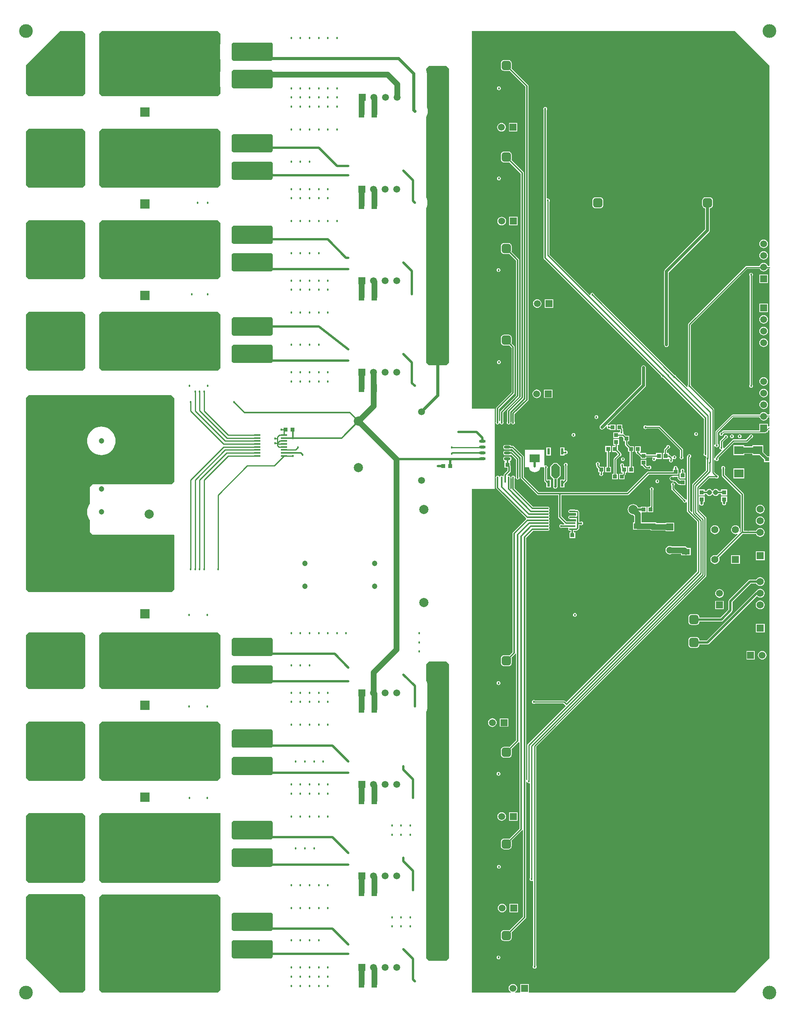
<source format=gbl>
G04 Layer_Physical_Order=4*
G04 Layer_Color=16711680*
%FSAX24Y24*%
%MOIN*%
G70*
G01*
G75*
%ADD10R,0.0335X0.0354*%
%ADD11R,0.0354X0.0335*%
%ADD12R,0.3839X0.4724*%
%ADD13R,0.1378X0.0630*%
%ADD14R,0.0374X0.0374*%
%ADD15R,0.0374X0.0374*%
%ADD18R,0.0492X0.0689*%
%ADD19O,0.0571X0.0236*%
%ADD23R,0.0689X0.0492*%
%ADD27C,0.0250*%
%ADD28C,0.0200*%
%ADD29C,0.0100*%
%ADD30C,0.0120*%
%ADD31C,0.0080*%
%ADD32C,0.0500*%
G04:AMPARAMS|DCode=33|XSize=78.7mil|YSize=78.7mil|CornerRadius=19.7mil|HoleSize=0mil|Usage=FLASHONLY|Rotation=0.000|XOffset=0mil|YOffset=0mil|HoleType=Round|Shape=RoundedRectangle|*
%AMROUNDEDRECTD33*
21,1,0.0787,0.0394,0,0,0.0*
21,1,0.0394,0.0787,0,0,0.0*
1,1,0.0394,0.0197,-0.0197*
1,1,0.0394,-0.0197,-0.0197*
1,1,0.0394,-0.0197,0.0197*
1,1,0.0394,0.0197,0.0197*
%
%ADD33ROUNDEDRECTD33*%
G04:AMPARAMS|DCode=34|XSize=78.7mil|YSize=78.7mil|CornerRadius=19.7mil|HoleSize=0mil|Usage=FLASHONLY|Rotation=90.000|XOffset=0mil|YOffset=0mil|HoleType=Round|Shape=RoundedRectangle|*
%AMROUNDEDRECTD34*
21,1,0.0787,0.0394,0,0,90.0*
21,1,0.0394,0.0787,0,0,90.0*
1,1,0.0394,0.0197,0.0197*
1,1,0.0394,0.0197,-0.0197*
1,1,0.0394,-0.0197,-0.0197*
1,1,0.0394,-0.0197,0.0197*
%
%ADD34ROUNDEDRECTD34*%
%ADD35C,0.0620*%
%ADD36R,0.0620X0.0620*%
%ADD37R,0.0787X0.0787*%
%ADD38C,0.0787*%
%ADD39C,0.0472*%
%ADD40C,0.0591*%
%ADD41C,0.0450*%
%ADD42R,0.0591X0.0591*%
%ADD43R,0.0591X0.0591*%
%ADD44C,0.2756*%
%ADD45C,0.1181*%
%ADD46C,0.0180*%
%ADD47O,0.0551X0.0157*%
%ADD48R,0.0236X0.0551*%
%ADD49R,0.0236X0.0709*%
%ADD50R,0.0787X0.0709*%
%ADD51R,0.0850X0.0700*%
G36*
X253458Y234222D02*
X253513Y234167D01*
X253540Y234103D01*
X253543Y234055D01*
D01*
X253543Y234008D01*
X253543Y232874D01*
X253543Y232835D01*
X253513Y232763D01*
X253458Y232707D01*
X253395Y232681D01*
X253346Y232677D01*
Y232677D01*
X250197Y232677D01*
X250158D01*
X250085Y232707D01*
X250030Y232763D01*
X250005Y232823D01*
Y234106D01*
X250030Y234167D01*
X250085Y234222D01*
X250158Y234252D01*
X250197Y234252D01*
X250197Y234252D01*
X253346Y234252D01*
X253386D01*
X253458Y234222D01*
D02*
G37*
G36*
X253346Y190945D02*
X253386Y190945D01*
X253458Y190915D01*
X253513Y190860D01*
X253540Y190794D01*
X253543Y190748D01*
Y190748D01*
X253543Y190748D01*
X253543Y190748D01*
X253543Y189567D01*
X253543Y189528D01*
X253513Y189455D01*
X253458Y189400D01*
X253386Y189370D01*
X253346D01*
X250197Y189370D01*
X250158Y189370D01*
X250085Y189400D01*
X250030Y189455D01*
X250005Y189516D01*
X250005Y190799D01*
X250030Y190860D01*
X250085Y190915D01*
X250158Y190945D01*
X250197Y190945D01*
X250197Y190945D01*
X253346Y190945D01*
D02*
G37*
G36*
X248780Y199488D02*
X249016Y199252D01*
X249016Y194646D01*
X248780Y194409D01*
X238819Y194409D01*
X238583Y194646D01*
X238583Y199252D01*
X238819Y199488D01*
X248780Y199488D01*
D02*
G37*
G36*
X253386Y231890D02*
X253458Y231860D01*
X253513Y231804D01*
X253540Y231740D01*
X253543Y231693D01*
D01*
X253543Y231646D01*
X253543Y230512D01*
X253543Y230473D01*
X253513Y230400D01*
X253458Y230345D01*
X253386Y230315D01*
X253346Y230315D01*
X250197Y230315D01*
X250158Y230315D01*
X250085Y230345D01*
X250030Y230400D01*
X250005Y230461D01*
Y231744D01*
X250030Y231804D01*
X250085Y231860D01*
X250158Y231890D01*
X250197Y231890D01*
X250197Y231890D01*
X253346Y231890D01*
X253386Y231890D01*
D02*
G37*
G36*
X237402Y199252D02*
Y194646D01*
X237165Y194409D01*
X232520Y194409D01*
X232283Y194646D01*
X232283Y199252D01*
X232520Y199488D01*
X237165Y199488D01*
X237402Y199252D01*
D02*
G37*
G36*
X249016Y191614D02*
X249016Y185866D01*
X248780Y185630D01*
X238819Y185630D01*
X238583Y185866D01*
X238583Y191378D01*
X238819Y191614D01*
X249016Y191614D01*
D02*
G37*
G36*
X253458Y239734D02*
X253513Y239678D01*
X253540Y239613D01*
X253543Y239567D01*
Y239567D01*
X253543Y239567D01*
X253543Y239567D01*
X253543Y238386D01*
X253543Y238347D01*
X253513Y238274D01*
X253458Y238219D01*
X253386Y238189D01*
X253346Y238189D01*
X250197Y238189D01*
X250158Y238189D01*
X250085Y238219D01*
X250030Y238274D01*
X250005Y238335D01*
X250005Y239618D01*
X250030Y239678D01*
X250085Y239734D01*
X250158Y239764D01*
X250197D01*
X250197Y239764D01*
X253346Y239764D01*
X253386D01*
X253458Y239734D01*
D02*
G37*
G36*
X237402Y242362D02*
X237402Y237756D01*
X237165Y237520D01*
X232520Y237520D01*
X232283Y237756D01*
X232283Y242362D01*
X232520Y242598D01*
X237165Y242598D01*
X237402Y242362D01*
D02*
G37*
G36*
X253346Y188583D02*
X253386Y188583D01*
X253458Y188553D01*
X253513Y188497D01*
X253543Y188425D01*
X253543Y188386D01*
X253543D01*
X253543Y188386D01*
X253543Y187205D01*
X253543Y187166D01*
X253513Y187093D01*
X253458Y187038D01*
X253393Y187011D01*
X253346Y187008D01*
X253346Y187008D01*
X253346Y187008D01*
X250197Y187008D01*
X250158D01*
X250085Y187038D01*
X250030Y187093D01*
X250005Y187154D01*
X250005Y188436D01*
X250030Y188497D01*
X250085Y188553D01*
X250158Y188583D01*
X250197Y188583D01*
X250197Y188583D01*
X253346Y188583D01*
D02*
G37*
G36*
X249016Y242362D02*
X249016Y237756D01*
X248780Y237520D01*
X238819Y237520D01*
X238583Y237756D01*
X238583Y242362D01*
X238819Y242598D01*
X248780Y242598D01*
X249016Y242362D01*
D02*
G37*
G36*
X237402Y206929D02*
X237402Y202520D01*
X237165Y202283D01*
X232520Y202283D01*
X232283Y202520D01*
X232283Y206929D01*
X232520Y207165D01*
X237165Y207165D01*
X237402Y206929D01*
D02*
G37*
G36*
X249016Y206929D02*
X249016Y202520D01*
X248780Y202283D01*
X238819Y202283D01*
X238583Y202520D01*
X238583Y206929D01*
X238819Y207165D01*
X248780Y207165D01*
X249016Y206929D01*
D02*
G37*
G36*
X253346Y204331D02*
X253386Y204331D01*
X253458Y204301D01*
X253513Y204245D01*
X253540Y204181D01*
X253543Y204134D01*
D01*
X253543Y204087D01*
X253543Y202914D01*
X253513Y202841D01*
X253458Y202786D01*
X253393Y202759D01*
X253346Y202756D01*
X253346Y202756D01*
X253346Y202756D01*
X250197Y202756D01*
X250158D01*
X250085Y202786D01*
X250030Y202841D01*
X250005Y202902D01*
X250005Y204184D01*
X250030Y204245D01*
X250085Y204301D01*
X250158Y204331D01*
X250197Y204331D01*
X250197Y204331D01*
X253346Y204331D01*
D02*
G37*
G36*
X245079Y227283D02*
X245079Y220118D01*
X244843Y219882D01*
X238031Y219882D01*
X237795Y219646D01*
Y218247D01*
X237789Y218239D01*
X237689Y218075D01*
X237615Y217898D01*
X237570Y217711D01*
X237555Y217520D01*
X237570Y217328D01*
X237615Y217141D01*
X237689Y216964D01*
X237789Y216800D01*
X237795Y216793D01*
Y215787D01*
X238032Y215551D01*
X245043D01*
X245079Y215516D01*
X245079Y210866D01*
X244843Y210630D01*
X232520D01*
X232283Y210866D01*
X232283Y227323D01*
X232520Y227559D01*
X244803Y227559D01*
X245079Y227283D01*
D02*
G37*
G36*
X253458Y206663D02*
X253513Y206608D01*
X253540Y206542D01*
X253543Y206496D01*
Y206496D01*
X253543Y206496D01*
X253543Y206496D01*
X253543Y205315D01*
X253543Y205276D01*
X253513Y205203D01*
X253458Y205148D01*
X253395Y205122D01*
X253346Y205118D01*
X253346Y205118D01*
X253346Y205118D01*
X250197Y205118D01*
X250158Y205118D01*
X250085Y205148D01*
X250030Y205203D01*
X250005Y205264D01*
X250005Y206547D01*
X250030Y206608D01*
X250085Y206663D01*
X250158Y206693D01*
X250197Y206693D01*
X250197Y206693D01*
X253346Y206693D01*
X253386Y206693D01*
X253458Y206663D01*
D02*
G37*
G36*
X268465Y255866D02*
X268701Y255630D01*
X268701Y230354D01*
X268465Y230118D01*
X266969Y230118D01*
X266732Y230354D01*
X266732Y243637D01*
X266782Y243758D01*
X266822Y243924D01*
X266836Y244094D01*
X266822Y244265D01*
X266782Y244431D01*
X266732Y244552D01*
X266732Y251452D01*
X266739Y251463D01*
X266806Y251625D01*
X266847Y251794D01*
X266861Y251968D01*
X266847Y252143D01*
X266806Y252312D01*
X266782Y252371D01*
Y255197D01*
X266768Y255371D01*
X266732Y255521D01*
Y255630D01*
X266969Y255866D01*
X268465Y255866D01*
D02*
G37*
G36*
X253458Y196427D02*
X253513Y196371D01*
X253540Y196306D01*
X253543Y196260D01*
Y196260D01*
X253543D01*
X253543Y196260D01*
X253543Y195079D01*
X253543Y195040D01*
X253513Y194967D01*
X253458Y194912D01*
X253386Y194882D01*
X253346Y194882D01*
X250197Y194882D01*
X250158Y194882D01*
X250085Y194912D01*
X250030Y194967D01*
X250005Y195028D01*
X250005Y196311D01*
X250030Y196371D01*
X250085Y196427D01*
X250158Y196457D01*
X250197Y196457D01*
X250197Y196457D01*
X253346Y196457D01*
X253386D01*
X253458Y196427D01*
D02*
G37*
G36*
X248780Y234724D02*
X249016Y234488D01*
Y229882D01*
X248780Y229646D01*
X238819Y229646D01*
X238583Y229882D01*
X238583Y234488D01*
X238819Y234724D01*
X248780Y234724D01*
D02*
G37*
G36*
X253458Y198789D02*
X253513Y198734D01*
X253543Y198661D01*
X253543Y198622D01*
X253543D01*
X253543Y198622D01*
X253543Y197402D01*
X253513Y197329D01*
X253458Y197274D01*
X253393Y197247D01*
X253346Y197244D01*
X253346Y197244D01*
X253346Y197244D01*
X250197Y197244D01*
X250158Y197244D01*
X250085Y197274D01*
X250030Y197329D01*
X250005Y197390D01*
X250005Y198673D01*
X250030Y198734D01*
X250085Y198789D01*
X250158Y198819D01*
X250197Y198819D01*
X250197Y198819D01*
X253346Y198819D01*
X253386Y198819D01*
X253458Y198789D01*
D02*
G37*
G36*
X237402Y234488D02*
X237402Y229882D01*
X237165Y229646D01*
X232520Y229646D01*
X232283Y229882D01*
X232283Y234488D01*
X232520Y234724D01*
X237165Y234724D01*
X237402Y234488D01*
D02*
G37*
G36*
X253458Y247608D02*
X253513Y247552D01*
X253543Y247480D01*
X253543Y247441D01*
X253543D01*
X253543Y247441D01*
X253543Y246260D01*
X253543Y246221D01*
X253513Y246148D01*
X253458Y246093D01*
X253386Y246063D01*
X253346Y246063D01*
X250197Y246063D01*
X250158D01*
X250085Y246093D01*
X250030Y246148D01*
X250005Y246209D01*
X250005Y247492D01*
X250030Y247552D01*
X250085Y247608D01*
X250158Y247638D01*
X250197Y247638D01*
X250197Y247638D01*
X253346Y247638D01*
X253386Y247638D01*
X253458Y247608D01*
D02*
G37*
G36*
X253458Y249970D02*
X253513Y249915D01*
X253540Y249849D01*
X253543Y249803D01*
Y249803D01*
X253543Y249803D01*
X253543Y249803D01*
X253543Y248622D01*
X253543Y248583D01*
X253513Y248511D01*
X253458Y248455D01*
X253395Y248429D01*
X253346Y248425D01*
X253346Y248425D01*
X253346Y248425D01*
X250197Y248425D01*
X250158D01*
X250085Y248455D01*
X250030Y248511D01*
X250005Y248571D01*
X250005Y249854D01*
X250030Y249915D01*
X250085Y249970D01*
X250158Y250000D01*
X250197D01*
X250197Y250000D01*
X253346Y250000D01*
X253386D01*
X253458Y249970D01*
D02*
G37*
G36*
X253346Y180709D02*
X253386Y180709D01*
X253458Y180679D01*
X253513Y180623D01*
X253540Y180558D01*
X253543Y180512D01*
Y180512D01*
X253543Y180512D01*
X253543Y180512D01*
X253543Y179331D01*
X253543Y179292D01*
X253513Y179219D01*
X253458Y179164D01*
X253386Y179134D01*
X253346Y179134D01*
Y179134D01*
X250197Y179134D01*
X250158D01*
X250085Y179164D01*
X250030Y179219D01*
X250005Y179280D01*
X250005Y180562D01*
X250030Y180623D01*
X250085Y180679D01*
X250158Y180709D01*
X250197Y180709D01*
X250197Y180709D01*
X253346Y180709D01*
D02*
G37*
G36*
X237402Y250236D02*
X237402Y245630D01*
X237165Y245394D01*
X232520Y245394D01*
X232283Y245630D01*
X232283Y250236D01*
X232520Y250472D01*
X237165Y250472D01*
X237402Y250236D01*
D02*
G37*
G36*
X249016Y250236D02*
X249016Y245630D01*
X248780Y245394D01*
X238819Y245394D01*
X238583Y245630D01*
X238583Y250236D01*
X238819Y250472D01*
X248780Y250472D01*
X249016Y250236D01*
D02*
G37*
G36*
X268465Y204646D02*
X268701Y204409D01*
X268701Y179173D01*
X268465Y178937D01*
X266968Y178937D01*
X266732Y179173D01*
X266732Y200330D01*
X266782Y200451D01*
X266822Y200617D01*
X266836Y200787D01*
Y202559D01*
X266822Y202729D01*
X266782Y202895D01*
X266744Y202988D01*
X266732Y203016D01*
X266732Y204409D01*
X266969Y204646D01*
X268465Y204646D01*
D02*
G37*
G36*
X253458Y255482D02*
X253513Y255426D01*
X253540Y255361D01*
X253543Y255315D01*
Y255315D01*
X253543Y255315D01*
X253543Y255315D01*
X253543Y254134D01*
X253543Y254095D01*
X253513Y254022D01*
X253458Y253967D01*
X253395Y253941D01*
X253346Y253937D01*
X250197Y253937D01*
X250158D01*
X250085Y253967D01*
X250030Y254022D01*
X250000Y254095D01*
X250000Y254134D01*
X250000Y254134D01*
X250000Y255315D01*
X250000Y255354D01*
X250030Y255426D01*
X250085Y255482D01*
X250158Y255512D01*
X250197Y255512D01*
X250197Y255512D01*
X253346Y255512D01*
X253386Y255512D01*
X253458Y255482D01*
D02*
G37*
G36*
X253386Y257874D02*
X253458Y257844D01*
X253513Y257789D01*
X253540Y257723D01*
X253543Y257677D01*
Y257677D01*
X253543Y257677D01*
X253543Y257677D01*
X253543Y256496D01*
X253543Y256457D01*
X253513Y256385D01*
X253458Y256329D01*
X253393Y256302D01*
X253346Y256299D01*
X253346Y256299D01*
Y256299D01*
X250197Y256299D01*
X250158Y256299D01*
X250085Y256329D01*
X250030Y256385D01*
X250000Y256457D01*
X250000Y256496D01*
X250000Y257677D01*
X250000Y257716D01*
X250030Y257789D01*
X250085Y257844D01*
X250158Y257874D01*
X250197Y257874D01*
X250197Y257874D01*
X253346Y257874D01*
X253386Y257874D01*
D02*
G37*
G36*
X237165Y184646D02*
X237402Y184409D01*
X237402Y176417D01*
X237165Y176181D01*
X235236Y176181D01*
X232283Y179134D01*
X232283Y184409D01*
X232520Y184646D01*
X237165Y184646D01*
D02*
G37*
G36*
X237165Y258858D02*
X237402Y258622D01*
X237402Y253504D01*
X237165Y253268D01*
X232520Y253268D01*
X232283Y253504D01*
X232283Y255905D01*
X235236Y258858D01*
X237165Y258858D01*
D02*
G37*
G36*
X248780Y258858D02*
X249016Y258622D01*
X249016Y257765D01*
X249011Y257716D01*
X249011Y257677D01*
X249011Y257677D01*
X249011Y257677D01*
X249011Y256496D01*
X249011Y256457D01*
X249011Y256457D01*
X249011Y256457D01*
X249016Y256409D01*
X249016Y255402D01*
X249011Y255354D01*
X249011Y255354D01*
X249011Y255354D01*
X249011Y255315D01*
D01*
X249011Y254134D01*
X249011Y254134D01*
X249011Y254095D01*
X249011Y254095D01*
X249011Y254095D01*
X249014Y254068D01*
X249013Y254064D01*
X249015Y254056D01*
X249016Y254047D01*
X249016Y253504D01*
X248780Y253268D01*
X238819Y253268D01*
X238583Y253504D01*
X238583Y258622D01*
X238819Y258858D01*
X248780Y258858D01*
D02*
G37*
G36*
X237402Y191378D02*
X237402Y185866D01*
X237165Y185630D01*
X232520Y185630D01*
X232283Y185866D01*
X232283Y191378D01*
X232520Y191614D01*
X237165Y191614D01*
X237402Y191378D01*
D02*
G37*
G36*
X296260Y255906D02*
X296260Y238666D01*
X296122D01*
X296087Y238751D01*
X296028Y238827D01*
X295952Y238886D01*
X295863Y238923D01*
X295768Y238935D01*
X295672Y238923D01*
X295583Y238886D01*
X295507Y238827D01*
X295449Y238751D01*
X295413Y238666D01*
X294291D01*
X294245Y238656D01*
X294205Y238630D01*
X289284Y233709D01*
X289257Y233669D01*
X289248Y233622D01*
Y228451D01*
X289219Y228409D01*
X289207Y228346D01*
X289216Y228300D01*
X289160Y228259D01*
X289158Y228259D01*
X288222Y229195D01*
X288222Y229196D01*
X288186Y229249D01*
X288133Y229285D01*
X288083Y229295D01*
X281184Y236193D01*
X281174Y236244D01*
X281139Y236296D01*
X281086Y236332D01*
X281024Y236344D01*
X280961Y236332D01*
X280908Y236296D01*
X280873Y236244D01*
X280861Y236183D01*
X280853Y236177D01*
X280795Y236149D01*
X277327Y239618D01*
Y244186D01*
X277355Y244229D01*
X277368Y244291D01*
X277355Y244354D01*
X277320Y244407D01*
X277267Y244442D01*
X277205Y244454D01*
X277171Y244448D01*
X277101Y244492D01*
Y252076D01*
X277119Y252103D01*
X277132Y252165D01*
X277119Y252228D01*
X277084Y252281D01*
X277031Y252316D01*
X276968Y252328D01*
X276906Y252316D01*
X276853Y252281D01*
X276818Y252228D01*
X276805Y252165D01*
X276818Y252103D01*
X276836Y252076D01*
Y239370D01*
X276846Y239319D01*
X276875Y239276D01*
X286926Y229225D01*
X286923Y229213D01*
X286936Y229150D01*
X286971Y229097D01*
X287024Y229062D01*
X287087Y229049D01*
X287099Y229052D01*
X290615Y225536D01*
Y222570D01*
X290597Y222543D01*
X290585Y222480D01*
X290597Y222418D01*
X290633Y222365D01*
X290686Y222330D01*
X290748Y222317D01*
X290766Y222321D01*
X290832Y222271D01*
X290831Y222203D01*
X290830Y222202D01*
X290794Y222149D01*
X290782Y222087D01*
X290794Y222024D01*
X290809Y222001D01*
Y221101D01*
X289656Y219948D01*
X289630Y219908D01*
X289621Y219861D01*
Y217534D01*
X289556Y217507D01*
X289414Y217649D01*
Y222168D01*
X289433Y222172D01*
X289485Y222207D01*
X289521Y222260D01*
X289533Y222323D01*
X289521Y222385D01*
X289485Y222438D01*
X289433Y222474D01*
X289370Y222486D01*
X289308Y222474D01*
X289255Y222438D01*
X289219Y222385D01*
X289209Y222335D01*
X289205Y222331D01*
X289178Y222291D01*
X289169Y222244D01*
Y218590D01*
X289099Y218569D01*
X289092Y218580D01*
X289039Y218615D01*
X288989Y218625D01*
X288075Y219539D01*
Y219777D01*
X288103Y219819D01*
X288116Y219882D01*
X288103Y219944D01*
X288068Y219997D01*
X288015Y220033D01*
X287953Y220045D01*
X287890Y220033D01*
X287837Y219997D01*
X287802Y219944D01*
X287790Y219882D01*
X287802Y219819D01*
X287830Y219777D01*
Y219488D01*
X287840Y219441D01*
X287866Y219402D01*
X288816Y218452D01*
X288826Y218402D01*
X288861Y218349D01*
X288914Y218314D01*
X288976Y218301D01*
X289039Y218314D01*
X289092Y218349D01*
X289099Y218360D01*
X289169Y218339D01*
Y217598D01*
X289178Y217552D01*
X289205Y217512D01*
X290035Y216682D01*
Y212413D01*
X278780Y201157D01*
X278669Y201268D01*
X278629Y201294D01*
X278583Y201303D01*
X276089D01*
X276047Y201332D01*
X275984Y201344D01*
X275922Y201332D01*
X275869Y201296D01*
X275834Y201244D01*
X275821Y201181D01*
X275834Y201119D01*
X275869Y201066D01*
X275922Y201030D01*
X275984Y201018D01*
X276047Y201030D01*
X276089Y201059D01*
X278532D01*
X278693Y200898D01*
X278708Y200888D01*
X278724Y200816D01*
X278721Y200802D01*
X275465Y197545D01*
X275438Y197506D01*
X275429Y197459D01*
Y194485D01*
X275399Y194453D01*
X275329Y194480D01*
Y215299D01*
X275931Y215901D01*
X276722D01*
X276733Y215893D01*
X276791Y215882D01*
X277185D01*
X277243Y215893D01*
X277292Y215926D01*
X277325Y215975D01*
X277337Y216033D01*
X277325Y216091D01*
X277292Y216141D01*
Y216182D01*
X277325Y216231D01*
X277337Y216289D01*
X277325Y216347D01*
X277312Y216367D01*
X277298Y216417D01*
X277312Y216468D01*
X277325Y216487D01*
X277337Y216545D01*
X277325Y216603D01*
X277292Y216653D01*
Y216694D01*
X277325Y216743D01*
X277337Y216801D01*
X277325Y216859D01*
X277312Y216879D01*
X277298Y216929D01*
X277312Y216979D01*
X277325Y216999D01*
X277337Y217057D01*
X277325Y217115D01*
X277292Y217164D01*
Y217206D01*
X277325Y217255D01*
X277337Y217313D01*
X277325Y217371D01*
X277312Y217391D01*
X277298Y217441D01*
X277312Y217491D01*
X277325Y217511D01*
X277337Y217569D01*
X277325Y217627D01*
X277292Y217676D01*
Y217718D01*
X277325Y217767D01*
X277337Y217825D01*
X277325Y217883D01*
X277292Y217932D01*
X277243Y217965D01*
X277185Y217976D01*
X276791D01*
X276733Y217965D01*
X276722Y217957D01*
X275931D01*
X274345Y219543D01*
Y220383D01*
X274363Y220410D01*
X274376Y220472D01*
X274363Y220535D01*
X274328Y220588D01*
X274275Y220623D01*
X274213Y220636D01*
X274150Y220623D01*
X274097Y220588D01*
X274062Y220535D01*
X274049Y220472D01*
X274062Y220410D01*
X274080Y220383D01*
Y219513D01*
X274013Y219482D01*
X273951Y219543D01*
Y220383D01*
X273970Y220410D01*
X273982Y220472D01*
X273970Y220535D01*
X273934Y220588D01*
X273881Y220623D01*
X273819Y220636D01*
X273809Y220634D01*
X273731Y220684D01*
X273731Y220684D01*
X273727Y220705D01*
X273952Y220930D01*
X273981Y220973D01*
X273991Y221024D01*
Y221437D01*
X273981Y221488D01*
X273977Y221493D01*
Y221832D01*
X273930D01*
X273923Y221902D01*
X273951Y221907D01*
X274014Y221949D01*
X274055Y222011D01*
X274070Y222085D01*
X274055Y222158D01*
X274014Y222220D01*
X273951Y222262D01*
X273878Y222276D01*
X273543D01*
X273470Y222262D01*
X273408Y222220D01*
X273366Y222158D01*
X273352Y222085D01*
X273366Y222011D01*
X273408Y221949D01*
X273470Y221907D01*
X273498Y221902D01*
X273491Y221832D01*
X273463D01*
Y221318D01*
X273726D01*
Y221079D01*
X273450Y220802D01*
X273421Y220759D01*
X273411Y220709D01*
Y220613D01*
X273358Y220593D01*
X273341Y220590D01*
X273291Y220623D01*
X273228Y220636D01*
X273166Y220623D01*
X273113Y220588D01*
X273090Y220553D01*
X273078Y220550D01*
X273025D01*
X273012Y220553D01*
X272989Y220588D01*
X272936Y220623D01*
X272874Y220636D01*
X272812Y220623D01*
X272759Y220588D01*
X272723Y220535D01*
X272711Y220472D01*
X272723Y220410D01*
X272741Y220383D01*
Y219606D01*
X272752Y219556D01*
X272780Y219513D01*
X275320Y216973D01*
X275325Y216929D01*
X275320Y216885D01*
X274198Y215763D01*
X274169Y215720D01*
X274159Y215669D01*
Y205449D01*
X273891Y205180D01*
X273889Y205181D01*
X273819Y205190D01*
X273425D01*
X273356Y205181D01*
X273291Y205154D01*
X273235Y205112D01*
X273192Y205056D01*
X273165Y204991D01*
X273156Y204921D01*
Y204528D01*
X273165Y204458D01*
X273192Y204393D01*
X273235Y204337D01*
X273291Y204294D01*
X273356Y204268D01*
X273425Y204258D01*
X273819D01*
X273889Y204268D01*
X273953Y204294D01*
X274009Y204337D01*
X274052Y204393D01*
X274079Y204458D01*
X274088Y204528D01*
Y204921D01*
X274079Y204991D01*
X274078Y204993D01*
X274385Y205300D01*
X274404Y205328D01*
X274474Y205313D01*
Y197890D01*
X273891Y197306D01*
X273889Y197307D01*
X273819Y197316D01*
X273425D01*
X273356Y197307D01*
X273291Y197280D01*
X273235Y197238D01*
X273192Y197182D01*
X273165Y197117D01*
X273156Y197047D01*
Y196654D01*
X273165Y196584D01*
X273192Y196519D01*
X273235Y196463D01*
X273291Y196420D01*
X273356Y196394D01*
X273425Y196384D01*
X273819D01*
X273889Y196394D01*
X273953Y196420D01*
X274009Y196463D01*
X274052Y196519D01*
X274079Y196584D01*
X274088Y196654D01*
Y197047D01*
X274079Y197117D01*
X274078Y197119D01*
X274679Y197720D01*
X274749Y197691D01*
Y190291D01*
X273891Y189432D01*
X273889Y189433D01*
X273819Y189442D01*
X273425D01*
X273356Y189433D01*
X273291Y189406D01*
X273235Y189364D01*
X273192Y189308D01*
X273165Y189243D01*
X273156Y189173D01*
Y188780D01*
X273165Y188710D01*
X273192Y188645D01*
X273235Y188589D01*
X273291Y188546D01*
X273356Y188520D01*
X273425Y188510D01*
X273819D01*
X273889Y188520D01*
X273953Y188546D01*
X274009Y188589D01*
X274052Y188645D01*
X274079Y188710D01*
X274088Y188780D01*
Y189173D01*
X274079Y189243D01*
X274078Y189245D01*
X274976Y190142D01*
X274994Y190170D01*
X275064Y190155D01*
Y182732D01*
X273891Y181558D01*
X273889Y181559D01*
X273819Y181568D01*
X273425D01*
X273356Y181559D01*
X273291Y181532D01*
X273235Y181490D01*
X273192Y181434D01*
X273165Y181369D01*
X273156Y181299D01*
Y180906D01*
X273165Y180836D01*
X273192Y180771D01*
X273235Y180715D01*
X273291Y180672D01*
X273356Y180646D01*
X273425Y180636D01*
X273819D01*
X273889Y180646D01*
X273953Y180672D01*
X274009Y180715D01*
X274052Y180771D01*
X274079Y180836D01*
X274088Y180906D01*
Y181299D01*
X274079Y181369D01*
X274078Y181371D01*
X275291Y182583D01*
X275319Y182626D01*
X275329Y182677D01*
Y194306D01*
X275399Y194313D01*
X275400Y194308D01*
X275436Y194255D01*
X275489Y194219D01*
X275551Y194207D01*
X275595Y194216D01*
X275665Y194176D01*
Y186050D01*
X275637Y186007D01*
X275624Y185945D01*
X275637Y185882D01*
X275672Y185830D01*
X275725Y185794D01*
X275787Y185782D01*
X275850Y185794D01*
X275871Y185808D01*
X275941Y185771D01*
Y178530D01*
X275912Y178488D01*
X275900Y178425D01*
X275912Y178363D01*
X275948Y178310D01*
X276001Y178274D01*
X276063Y178262D01*
X276125Y178274D01*
X276178Y178310D01*
X276214Y178363D01*
X276226Y178425D01*
X276214Y178488D01*
X276185Y178530D01*
Y197351D01*
X290795Y211961D01*
X290822Y212000D01*
X290831Y212047D01*
Y217008D01*
X290822Y217055D01*
X290795Y217094D01*
X290205Y217684D01*
Y218131D01*
X290270Y218159D01*
X290275Y218158D01*
X290311Y218106D01*
X290367Y218068D01*
X290433Y218055D01*
X290499Y218068D01*
X290556Y218106D01*
X290593Y218162D01*
X290606Y218228D01*
Y218345D01*
X290690D01*
Y218859D01*
X290205D01*
Y218936D01*
X290690D01*
Y219060D01*
X290827D01*
X290834Y219044D01*
X290881Y218983D01*
X290943Y218935D01*
X291015Y218906D01*
X291092Y218895D01*
X291169Y218906D01*
X291241Y218935D01*
X291302Y218983D01*
X291325Y219012D01*
X291326Y219013D01*
X291407D01*
X291409Y219012D01*
X291431Y218983D01*
X291493Y218935D01*
X291565Y218906D01*
X291642Y218895D01*
X291719Y218906D01*
X291791Y218935D01*
X291852Y218983D01*
X291899Y219044D01*
X291906Y219060D01*
X292105D01*
Y218936D01*
X292619D01*
Y219450D01*
X292105D01*
Y219325D01*
X291906D01*
X291899Y219342D01*
X291852Y219403D01*
X291791Y219451D01*
X291719Y219480D01*
X291642Y219490D01*
X291565Y219480D01*
X291493Y219451D01*
X291431Y219403D01*
X291409Y219374D01*
X291407Y219373D01*
X291326D01*
X291325Y219374D01*
X291302Y219403D01*
X291241Y219451D01*
X291169Y219480D01*
X291092Y219490D01*
X291015Y219480D01*
X290943Y219451D01*
X290881Y219403D01*
X290834Y219342D01*
X290827Y219325D01*
X290690D01*
Y219450D01*
X290205D01*
Y219560D01*
X291074Y220429D01*
X291627D01*
X291670Y220400D01*
X291732Y220388D01*
X291795Y220400D01*
X291848Y220436D01*
X291883Y220489D01*
X291895Y220551D01*
X291883Y220614D01*
X291848Y220667D01*
X291795Y220702D01*
X291745Y220712D01*
X291513Y220944D01*
Y221972D01*
X291582Y221985D01*
X291617Y221932D01*
X291670Y221897D01*
X291732Y221884D01*
X291795Y221897D01*
X291848Y221932D01*
X291883Y221985D01*
X291895Y222047D01*
X291883Y222110D01*
X291855Y222152D01*
Y222154D01*
X293200Y223500D01*
X294291D01*
X294338Y223509D01*
X294378Y223536D01*
X294697Y223855D01*
X294747Y223865D01*
X294800Y223900D01*
X294836Y223953D01*
X294848Y224016D01*
X294836Y224078D01*
X294800Y224131D01*
X294747Y224166D01*
X294685Y224179D01*
X294623Y224166D01*
X294570Y224131D01*
X294534Y224078D01*
X294524Y224028D01*
X294241Y223744D01*
X293150D01*
X293103Y223735D01*
X293063Y223709D01*
X292354Y223000D01*
X292297Y223028D01*
X292289Y223033D01*
X292277Y223094D01*
X292248Y223136D01*
Y223532D01*
X292532Y223816D01*
X292582Y223826D01*
X292635Y223861D01*
X292670Y223914D01*
X292683Y223976D01*
X292670Y224039D01*
X292635Y224092D01*
X292582Y224127D01*
X292520Y224140D01*
X292457Y224127D01*
X292404Y224092D01*
X292369Y224039D01*
X292359Y223989D01*
X292039Y223669D01*
X292013Y223629D01*
X292004Y223583D01*
Y223136D01*
X291975Y223094D01*
X291963Y223032D01*
X291975Y222969D01*
X292011Y222916D01*
X292064Y222881D01*
X292124Y222869D01*
X292130Y222861D01*
X292158Y222803D01*
X291646Y222291D01*
X291619Y222252D01*
X291610Y222205D01*
Y222168D01*
X291583Y222142D01*
X291513Y222171D01*
Y223153D01*
X291582Y223166D01*
X291617Y223113D01*
X291670Y223078D01*
X291732Y223065D01*
X291795Y223078D01*
X291848Y223113D01*
X291883Y223166D01*
X291895Y223228D01*
X291883Y223291D01*
X291848Y223344D01*
X291844Y223346D01*
Y224363D01*
X293141Y225660D01*
X295410D01*
X295412Y225645D01*
X295449Y225556D01*
X295507Y225480D01*
X295583Y225421D01*
X295672Y225384D01*
X295768Y225372D01*
X295863Y225384D01*
X295952Y225421D01*
X296028Y225480D01*
X296087Y225556D01*
X296124Y225645D01*
X296126Y225660D01*
X296260D01*
X296260Y225660D01*
Y224900D01*
X296196Y224869D01*
X296133Y224896D01*
Y225105D01*
X295402D01*
Y224522D01*
X292323D01*
X292280Y224513D01*
X292244Y224489D01*
X292244Y224489D01*
X292130Y224375D01*
X292126Y224376D01*
X292064Y224363D01*
X292011Y224328D01*
X291975Y224275D01*
X291963Y224213D01*
X291975Y224150D01*
X292011Y224097D01*
X292064Y224062D01*
X292126Y224049D01*
X292188Y224062D01*
X292241Y224097D01*
X292277Y224150D01*
X292289Y224213D01*
X292288Y224216D01*
X292369Y224297D01*
X295898D01*
X295898Y224297D01*
X295941Y224306D01*
X295977Y224330D01*
X296022Y224375D01*
X296133D01*
Y224486D01*
X296195Y224548D01*
X296260Y224522D01*
X296260Y222304D01*
X296087D01*
X295739Y222652D01*
Y223259D01*
X294812D01*
Y223157D01*
X294086D01*
Y223259D01*
X293158D01*
Y222410D01*
X294086D01*
Y222512D01*
X294812D01*
Y222410D01*
X295419D01*
X295806Y222023D01*
Y221790D01*
X296260D01*
X296260Y179134D01*
X293307Y176181D01*
X275620Y176181D01*
X275562Y176210D01*
X275562Y176251D01*
Y176940D01*
X274832D01*
Y176251D01*
X274773Y176181D01*
X274384D01*
X274370Y176251D01*
X274381Y176256D01*
X274457Y176314D01*
X274516Y176391D01*
X274553Y176479D01*
X274565Y176575D01*
X274553Y176670D01*
X274516Y176759D01*
X274457Y176835D01*
X274381Y176894D01*
X274292Y176931D01*
X274197Y176943D01*
X274101Y176931D01*
X274013Y176894D01*
X273936Y176835D01*
X273878Y176759D01*
X273841Y176670D01*
X273828Y176575D01*
X273841Y176479D01*
X273878Y176391D01*
X273936Y176314D01*
X274013Y176256D01*
X274024Y176251D01*
X274010Y176181D01*
X270669Y176181D01*
X270669Y219488D01*
X272638D01*
Y226378D01*
X270669D01*
X270669Y258858D01*
X293307Y258858D01*
X296260Y255906D01*
D02*
G37*
G36*
X253458Y242096D02*
X253513Y242041D01*
X253540Y241975D01*
X253543Y241929D01*
D01*
X253543Y241883D01*
X253543Y240748D01*
X253543Y240709D01*
X253513Y240637D01*
X253458Y240581D01*
X253395Y240555D01*
X253346Y240551D01*
X253346Y240551D01*
X253346Y240551D01*
X250197Y240551D01*
X250158Y240551D01*
X250085Y240581D01*
X250030Y240637D01*
X250005Y240697D01*
X250005Y241980D01*
X250030Y242041D01*
X250085Y242096D01*
X250158Y242126D01*
X250197Y242126D01*
X250197Y242126D01*
X253346D01*
X253386Y242126D01*
X253458Y242096D01*
D02*
G37*
G36*
X296260Y225954D02*
X296190Y225884D01*
X296104D01*
X296087Y225924D01*
X296028Y226001D01*
X295952Y226059D01*
X295863Y226096D01*
X295768Y226109D01*
X295672Y226096D01*
X295583Y226059D01*
X295507Y226001D01*
X295449Y225924D01*
X295432Y225884D01*
X293094D01*
X293094Y225884D01*
X293052Y225875D01*
X293015Y225851D01*
X293015Y225851D01*
X291653Y224489D01*
X291629Y224452D01*
X291620Y224409D01*
X291620Y224409D01*
Y223346D01*
X291617Y223344D01*
X291582Y223291D01*
X291513Y223304D01*
Y226326D01*
X291504Y226373D01*
X291477Y226413D01*
X289531Y228359D01*
X289521Y228409D01*
X289492Y228451D01*
Y233571D01*
X294342Y238421D01*
X295433D01*
X295449Y238383D01*
X295507Y238306D01*
X295583Y238248D01*
X295672Y238211D01*
X295768Y238199D01*
X295863Y238211D01*
X295952Y238248D01*
X296028Y238306D01*
X296087Y238383D01*
X296103Y238421D01*
X296260D01*
X296260Y225954D01*
D02*
G37*
G36*
X253346Y183071D02*
X253386Y183071D01*
X253458Y183041D01*
X253513Y182986D01*
X253540Y182920D01*
X253543Y182874D01*
Y182874D01*
X253543Y182874D01*
X253543Y182874D01*
X253543Y181693D01*
X253543Y181654D01*
X253513Y181581D01*
X253458Y181526D01*
X253395Y181500D01*
X253346Y181496D01*
Y181496D01*
X250197Y181496D01*
X250158Y181496D01*
X250085Y181526D01*
X250030Y181581D01*
X250005Y181642D01*
X250005Y182925D01*
X250030Y182986D01*
X250085Y183041D01*
X250158Y183071D01*
X250197Y183071D01*
X250197Y183071D01*
X253346Y183071D01*
D02*
G37*
G36*
X249016Y184409D02*
X249016Y176417D01*
X248780Y176181D01*
X238819Y176181D01*
X238583Y176417D01*
X238583Y184409D01*
X238815Y184641D01*
X238819Y184641D01*
X238819D01*
X238819Y184641D01*
X238819Y184641D01*
X248780Y184641D01*
X248780Y184641D01*
X248784Y184641D01*
X249016Y184409D01*
D02*
G37*
%LPC*%
G36*
X238780Y224846D02*
X238588Y224831D01*
X238401Y224786D01*
X238224Y224713D01*
X238060Y224612D01*
X237914Y224488D01*
X237789Y224342D01*
X237689Y224178D01*
X237615Y224000D01*
X237570Y223814D01*
X237555Y223622D01*
X237570Y223431D01*
X237615Y223244D01*
X237689Y223066D01*
X237789Y222902D01*
X237914Y222756D01*
X238060Y222632D01*
X238224Y222531D01*
X238401Y222458D01*
X238588Y222413D01*
X238780Y222398D01*
X238971Y222413D01*
X239158Y222458D01*
X239335Y222531D01*
X239499Y222632D01*
X239645Y222756D01*
X239770Y222902D01*
X239870Y223066D01*
X239944Y223244D01*
X239989Y223431D01*
X240004Y223622D01*
X239989Y223814D01*
X239944Y224000D01*
X239870Y224178D01*
X239770Y224342D01*
X239645Y224488D01*
X239499Y224612D01*
X239335Y224713D01*
X239158Y224786D01*
X238971Y224831D01*
X238780Y224846D01*
D02*
G37*
G36*
X292283Y221462D02*
X292221Y221450D01*
X292168Y221415D01*
X292133Y221362D01*
X292120Y221299D01*
X292133Y221237D01*
X292151Y221210D01*
Y220669D01*
X292161Y220619D01*
X292190Y220576D01*
X293804Y218961D01*
Y215841D01*
X293752Y215788D01*
X293693Y215828D01*
X293717Y215886D01*
X293730Y215985D01*
X293717Y216084D01*
X293678Y216177D01*
X293617Y216256D01*
X293538Y216317D01*
X293446Y216355D01*
X293346Y216368D01*
X293247Y216355D01*
X293155Y216317D01*
X293075Y216256D01*
X293015Y216177D01*
X292976Y216084D01*
X292963Y215985D01*
X292976Y215886D01*
X293015Y215794D01*
X293075Y215714D01*
X293155Y215653D01*
X293247Y215615D01*
X293346Y215602D01*
X293446Y215615D01*
X293504Y215639D01*
X293544Y215580D01*
X291735Y213771D01*
X291676Y213795D01*
X291576Y213808D01*
X291477Y213795D01*
X291385Y213757D01*
X291305Y213696D01*
X291245Y213617D01*
X291206Y213524D01*
X291193Y213425D01*
X291206Y213326D01*
X291245Y213234D01*
X291305Y213154D01*
X291385Y213093D01*
X291477Y213055D01*
X291576Y213042D01*
X291676Y213055D01*
X291768Y213093D01*
X291847Y213154D01*
X291908Y213234D01*
X291947Y213326D01*
X291960Y213425D01*
X291947Y213524D01*
X291922Y213583D01*
X293954Y215615D01*
X294409D01*
X294429Y215619D01*
X294449Y215615D01*
X295116D01*
X295141Y215556D01*
X295201Y215477D01*
X295281Y215416D01*
X295373Y215378D01*
X295472Y215365D01*
X295572Y215378D01*
X295664Y215416D01*
X295743Y215477D01*
X295804Y215556D01*
X295843Y215649D01*
X295856Y215748D01*
X295843Y215847D01*
X295804Y215940D01*
X295743Y216019D01*
X295664Y216080D01*
X295572Y216118D01*
X295472Y216131D01*
X295373Y216118D01*
X295281Y216080D01*
X295201Y216019D01*
X295141Y215940D01*
X295116Y215881D01*
X294449D01*
X294429Y215877D01*
X294409Y215881D01*
X294070D01*
Y219016D01*
X294059Y219066D01*
X294031Y219109D01*
X292416Y220724D01*
Y221210D01*
X292434Y221237D01*
X292447Y221299D01*
X292434Y221362D01*
X292399Y221415D01*
X292346Y221450D01*
X292283Y221462D01*
D02*
G37*
G36*
X291576Y216368D02*
X291477Y216355D01*
X291385Y216317D01*
X291305Y216256D01*
X291245Y216177D01*
X291206Y216084D01*
X291193Y215985D01*
X291206Y215886D01*
X291245Y215794D01*
X291305Y215714D01*
X291385Y215653D01*
X291477Y215615D01*
X291576Y215602D01*
X291676Y215615D01*
X291768Y215653D01*
X291847Y215714D01*
X291908Y215794D01*
X291947Y215886D01*
X291960Y215985D01*
X291947Y216084D01*
X291908Y216177D01*
X291847Y216256D01*
X291768Y216317D01*
X291676Y216355D01*
X291576Y216368D01*
D02*
G37*
G36*
X293726Y213805D02*
X292966D01*
Y213045D01*
X293726D01*
Y213805D01*
D02*
G37*
G36*
X295472Y211911D02*
X295373Y211898D01*
X295281Y211859D01*
X295201Y211799D01*
X295141Y211719D01*
X295133Y211701D01*
X294598D01*
X294532Y211688D01*
X294476Y211650D01*
X292791Y209965D01*
X292753Y209909D01*
X292740Y209843D01*
Y209127D01*
X292054Y208441D01*
X290230D01*
Y208465D01*
X290221Y208534D01*
X290194Y208599D01*
X290151Y208655D01*
X290095Y208698D01*
X290030Y208725D01*
X289961Y208734D01*
X289567D01*
X289497Y208725D01*
X289432Y208698D01*
X289377Y208655D01*
X289334Y208599D01*
X289307Y208534D01*
X289298Y208465D01*
Y208071D01*
X289307Y208001D01*
X289334Y207936D01*
X289377Y207881D01*
X289432Y207838D01*
X289497Y207811D01*
X289567Y207802D01*
X289961D01*
X290030Y207811D01*
X290095Y207838D01*
X290151Y207881D01*
X290194Y207936D01*
X290221Y208001D01*
X290230Y208071D01*
Y208094D01*
X292126D01*
X292192Y208108D01*
X292249Y208145D01*
X293036Y208933D01*
X293074Y208989D01*
X293087Y209055D01*
Y209771D01*
X294670Y211354D01*
X295133D01*
X295141Y211336D01*
X295201Y211257D01*
X295281Y211196D01*
X295373Y211157D01*
X295472Y211144D01*
X295572Y211157D01*
X295664Y211196D01*
X295743Y211257D01*
X295804Y211336D01*
X295843Y211428D01*
X295856Y211528D01*
X295843Y211627D01*
X295804Y211719D01*
X295743Y211799D01*
X295664Y211859D01*
X295572Y211898D01*
X295472Y211911D01*
D02*
G37*
G36*
X287697Y214609D02*
X287601Y214596D01*
X287513Y214559D01*
X287436Y214501D01*
X287378Y214424D01*
X287341Y214336D01*
X287328Y214240D01*
X287341Y214145D01*
X287378Y214056D01*
X287436Y213980D01*
X287513Y213921D01*
X287601Y213884D01*
X287697Y213872D01*
X287792Y213884D01*
X287872Y213917D01*
X288660D01*
Y213788D01*
X289024D01*
X289075Y213782D01*
X289126Y213788D01*
X289489D01*
Y214420D01*
X289215D01*
X289167Y214468D01*
X289100Y214520D01*
X289023Y214552D01*
X288939Y214563D01*
X287872D01*
X287792Y214596D01*
X287697Y214609D01*
D02*
G37*
G36*
X295852Y214128D02*
X295092D01*
Y213368D01*
X295852D01*
Y214128D01*
D02*
G37*
G36*
X284535Y218184D02*
X284414Y218168D01*
X284302Y218122D01*
X284205Y218047D01*
X284130Y217950D01*
X284084Y217838D01*
X284068Y217717D01*
X284084Y217595D01*
X284130Y217483D01*
X284205Y217386D01*
X284302Y217311D01*
X284414Y217265D01*
X284535Y217249D01*
X284545Y217250D01*
X284618Y217177D01*
Y216625D01*
X284526D01*
Y215993D01*
X284890D01*
X284941Y215986D01*
X285996D01*
X286030Y215961D01*
X286107Y215928D01*
X286191Y215917D01*
X287332D01*
Y215875D01*
X288062D01*
Y216605D01*
X287332D01*
Y216563D01*
X286537D01*
Y216625D01*
X286173D01*
X286122Y216632D01*
X285264D01*
Y217311D01*
X285253Y217395D01*
X285247Y217409D01*
X285293Y217479D01*
X285680D01*
Y217954D01*
X285186D01*
Y217890D01*
X284966D01*
X284940Y217950D01*
X284866Y218047D01*
X284769Y218122D01*
X284656Y218168D01*
X284535Y218184D01*
D02*
G37*
G36*
X276882Y222857D02*
X275244D01*
Y221370D01*
X275572D01*
X275582Y221296D01*
X275632Y221176D01*
X275711Y221073D01*
X275814Y220994D01*
X275934Y220944D01*
X276063Y220927D01*
X276192Y220944D01*
X276312Y220994D01*
X276415Y221073D01*
X276494Y221176D01*
X276544Y221296D01*
X276554Y221370D01*
X276855Y221370D01*
X276864Y221358D01*
X276877Y221296D01*
X276886Y221283D01*
Y220217D01*
X276895Y220170D01*
X276921Y220130D01*
X277076Y219976D01*
Y219615D01*
X277452D01*
Y220306D01*
X277130D01*
Y221234D01*
X277143Y221243D01*
X277178Y221296D01*
X277191Y221358D01*
X277178Y221421D01*
X277143Y221474D01*
X277090Y221509D01*
X277028Y221521D01*
X276965Y221509D01*
X276952Y221500D01*
X276882Y221537D01*
Y222857D01*
D02*
G37*
G36*
X278740Y221738D02*
X278678Y221726D01*
X278625Y221690D01*
X278589Y221637D01*
X278577Y221575D01*
X278589Y221512D01*
X278618Y221470D01*
Y220307D01*
X278617Y220306D01*
X278257D01*
Y219615D01*
X278633D01*
Y219976D01*
X278827Y220169D01*
X278853Y220209D01*
X278863Y220256D01*
Y221470D01*
X278891Y221512D01*
X278903Y221575D01*
X278891Y221637D01*
X278856Y221690D01*
X278803Y221726D01*
X278740Y221738D01*
D02*
G37*
G36*
X292619Y218859D02*
X292105D01*
Y218345D01*
X292189D01*
Y218268D01*
X292202Y218201D01*
X292240Y218145D01*
X292296Y218108D01*
X292362Y218094D01*
X292429Y218108D01*
X292485Y218145D01*
X292522Y218201D01*
X292536Y218268D01*
Y218345D01*
X292619D01*
Y218859D01*
D02*
G37*
G36*
X277972Y221725D02*
X277736D01*
X277709Y221719D01*
X277686Y221704D01*
X277430Y221448D01*
X277414Y221425D01*
X277409Y221398D01*
Y220650D01*
X277414Y220622D01*
X277430Y220599D01*
X277666Y220363D01*
Y219710D01*
X277661Y219685D01*
X277666Y219660D01*
Y219615D01*
X277677D01*
X277712Y219562D01*
X277768Y219525D01*
X277835Y219512D01*
X277901Y219525D01*
X277957Y219562D01*
X277977Y219582D01*
X277999Y219615D01*
X278042D01*
Y220363D01*
X278279Y220599D01*
X278294Y220622D01*
X278300Y220650D01*
Y221398D01*
X278294Y221425D01*
X278279Y221448D01*
X278023Y221704D01*
X278000Y221719D01*
X277972Y221725D01*
D02*
G37*
G36*
X286614Y220321D02*
X286552Y220308D01*
X286499Y220273D01*
X286463Y220220D01*
X286451Y220157D01*
X286463Y220095D01*
X286499Y220042D01*
X286552Y220007D01*
X286614Y219994D01*
X286677Y220007D01*
X286730Y220042D01*
X286765Y220095D01*
X286777Y220157D01*
X286765Y220220D01*
X286730Y220273D01*
X286677Y220308D01*
X286614Y220321D01*
D02*
G37*
G36*
X295472Y217131D02*
X295373Y217118D01*
X295281Y217080D01*
X295201Y217019D01*
X295141Y216940D01*
X295102Y216847D01*
X295089Y216748D01*
X295102Y216649D01*
X295141Y216556D01*
X295201Y216477D01*
X295281Y216416D01*
X295373Y216378D01*
X295472Y216365D01*
X295572Y216378D01*
X295664Y216416D01*
X295743Y216477D01*
X295804Y216556D01*
X295843Y216649D01*
X295856Y216748D01*
X295843Y216847D01*
X295804Y216940D01*
X295743Y217019D01*
X295664Y217080D01*
X295572Y217118D01*
X295472Y217131D01*
D02*
G37*
G36*
X273878Y222776D02*
X273543D01*
X273470Y222762D01*
X273408Y222720D01*
X273366Y222658D01*
X273352Y222585D01*
X273366Y222511D01*
X273408Y222449D01*
X273470Y222407D01*
X273543Y222393D01*
X273878D01*
X273951Y222407D01*
X274014Y222449D01*
X274017Y222449D01*
X274474Y221992D01*
Y220562D01*
X274456Y220535D01*
X274443Y220472D01*
X274456Y220410D01*
X274491Y220357D01*
X274544Y220322D01*
X274606Y220309D01*
X274669Y220322D01*
X274722Y220357D01*
X274757Y220410D01*
X274769Y220472D01*
X274757Y220535D01*
X274739Y220562D01*
Y222047D01*
X274729Y222098D01*
X274700Y222141D01*
X274163Y222678D01*
X274120Y222707D01*
X274069Y222717D01*
X274016D01*
X274014Y222720D01*
X273951Y222762D01*
X273878Y222776D01*
D02*
G37*
G36*
X286142Y219651D02*
X286079Y219639D01*
X286026Y219604D01*
X285991Y219551D01*
X285979Y219488D01*
X285991Y219426D01*
X286019Y219383D01*
Y218043D01*
X285937Y217961D01*
X285933Y217954D01*
X285776D01*
Y217479D01*
X286271D01*
Y217954D01*
X286271D01*
X286259Y217968D01*
X286264Y217992D01*
Y219383D01*
X286292Y219426D01*
X286305Y219488D01*
X286292Y219551D01*
X286257Y219604D01*
X286204Y219639D01*
X286142Y219651D01*
D02*
G37*
G36*
X295472Y218131D02*
X295373Y218118D01*
X295281Y218080D01*
X295201Y218019D01*
X295141Y217940D01*
X295102Y217847D01*
X295089Y217748D01*
X295102Y217649D01*
X295141Y217556D01*
X295201Y217477D01*
X295281Y217416D01*
X295373Y217378D01*
X295472Y217365D01*
X295572Y217378D01*
X295664Y217416D01*
X295743Y217477D01*
X295804Y217556D01*
X295843Y217649D01*
X295856Y217748D01*
X295843Y217847D01*
X295804Y217940D01*
X295743Y218019D01*
X295664Y218080D01*
X295572Y218118D01*
X295472Y218131D01*
D02*
G37*
G36*
Y210911D02*
X295373Y210898D01*
X295281Y210859D01*
X295201Y210799D01*
X295141Y210719D01*
X295129Y210692D01*
X295107Y210688D01*
X295051Y210650D01*
X290873Y206473D01*
X290230D01*
Y206496D01*
X290221Y206566D01*
X290194Y206631D01*
X290151Y206686D01*
X290095Y206729D01*
X290030Y206756D01*
X289961Y206765D01*
X289567D01*
X289497Y206756D01*
X289432Y206729D01*
X289377Y206686D01*
X289334Y206631D01*
X289307Y206566D01*
X289298Y206496D01*
Y206102D01*
X289307Y206033D01*
X289334Y205968D01*
X289377Y205912D01*
X289432Y205869D01*
X289497Y205842D01*
X289567Y205833D01*
X289961D01*
X290030Y205842D01*
X290095Y205869D01*
X290151Y205912D01*
X290194Y205968D01*
X290221Y206033D01*
X290230Y206102D01*
Y206126D01*
X290945D01*
X291011Y206139D01*
X291067Y206177D01*
X295151Y210260D01*
X295201Y210257D01*
X295281Y210196D01*
X295373Y210157D01*
X295472Y210144D01*
X295572Y210157D01*
X295664Y210196D01*
X295743Y210257D01*
X295804Y210336D01*
X295843Y210428D01*
X295856Y210528D01*
X295843Y210627D01*
X295804Y210719D01*
X295743Y210799D01*
X295664Y210859D01*
X295572Y210898D01*
X295472Y210911D01*
D02*
G37*
G36*
X272953Y195163D02*
X272890Y195151D01*
X272837Y195115D01*
X272802Y195062D01*
X272790Y195000D01*
X272802Y194938D01*
X272837Y194885D01*
X272890Y194849D01*
X272953Y194837D01*
X273015Y194849D01*
X273068Y194885D01*
X273103Y194938D01*
X273116Y195000D01*
X273103Y195062D01*
X273068Y195115D01*
X273015Y195151D01*
X272953Y195163D01*
D02*
G37*
G36*
X274594Y191704D02*
X273863D01*
Y190973D01*
X274594D01*
Y191704D01*
D02*
G37*
G36*
X272425Y199778D02*
X272330Y199765D01*
X272241Y199729D01*
X272165Y199670D01*
X272106Y199594D01*
X272069Y199505D01*
X272057Y199409D01*
X272069Y199314D01*
X272106Y199225D01*
X272165Y199149D01*
X272241Y199090D01*
X272330Y199054D01*
X272425Y199041D01*
X272521Y199054D01*
X272609Y199090D01*
X272686Y199149D01*
X272744Y199225D01*
X272781Y199314D01*
X272794Y199409D01*
X272781Y199505D01*
X272744Y199594D01*
X272686Y199670D01*
X272609Y199729D01*
X272521Y199765D01*
X272425Y199778D01*
D02*
G37*
G36*
X272953Y179376D02*
X272890Y179363D01*
X272837Y179328D01*
X272802Y179275D01*
X272790Y179213D01*
X272802Y179150D01*
X272837Y179097D01*
X272890Y179062D01*
X272953Y179049D01*
X273015Y179062D01*
X273068Y179097D01*
X273103Y179150D01*
X273116Y179213D01*
X273103Y179275D01*
X273068Y179328D01*
X273015Y179363D01*
X272953Y179376D01*
D02*
G37*
G36*
X274633Y183830D02*
X273902D01*
Y183099D01*
X274633D01*
Y183830D01*
D02*
G37*
G36*
X272992Y187171D02*
X272930Y187159D01*
X272877Y187123D01*
X272841Y187070D01*
X272829Y187008D01*
X272841Y186945D01*
X272877Y186893D01*
X272930Y186857D01*
X272992Y186845D01*
X273055Y186857D01*
X273107Y186893D01*
X273143Y186945D01*
X273155Y187008D01*
X273143Y187070D01*
X273107Y187123D01*
X273055Y187159D01*
X272992Y187171D01*
D02*
G37*
G36*
X273268Y183833D02*
X273172Y183820D01*
X273083Y183784D01*
X273007Y183725D01*
X272949Y183649D01*
X272912Y183560D01*
X272899Y183465D01*
X272912Y183369D01*
X272949Y183280D01*
X273007Y183204D01*
X273083Y183146D01*
X273172Y183109D01*
X273268Y183096D01*
X273363Y183109D01*
X273452Y183146D01*
X273528Y183204D01*
X273587Y183280D01*
X273624Y183369D01*
X273636Y183465D01*
X273624Y183560D01*
X273587Y183649D01*
X273528Y183725D01*
X273452Y183784D01*
X273363Y183820D01*
X273268Y183833D01*
D02*
G37*
G36*
X273228Y191707D02*
X273133Y191694D01*
X273044Y191658D01*
X272968Y191599D01*
X272909Y191523D01*
X272872Y191434D01*
X272860Y191339D01*
X272872Y191243D01*
X272909Y191154D01*
X272968Y191078D01*
X273044Y191020D01*
X273133Y190983D01*
X273228Y190970D01*
X273324Y190983D01*
X273413Y191020D01*
X273489Y191078D01*
X273547Y191154D01*
X273584Y191243D01*
X273597Y191339D01*
X273584Y191434D01*
X273547Y191523D01*
X273489Y191599D01*
X273413Y191658D01*
X273324Y191694D01*
X273228Y191707D01*
D02*
G37*
G36*
X273790Y199775D02*
X273060D01*
Y199044D01*
X273790D01*
Y199775D01*
D02*
G37*
G36*
X295472Y209911D02*
X295373Y209898D01*
X295281Y209859D01*
X295201Y209799D01*
X295141Y209719D01*
X295102Y209627D01*
X295089Y209528D01*
X295102Y209428D01*
X295141Y209336D01*
X295201Y209257D01*
X295281Y209196D01*
X295373Y209157D01*
X295472Y209144D01*
X295572Y209157D01*
X295664Y209196D01*
X295743Y209257D01*
X295804Y209336D01*
X295843Y209428D01*
X295856Y209528D01*
X295843Y209627D01*
X295804Y209719D01*
X295743Y209799D01*
X295664Y209859D01*
X295572Y209898D01*
X295472Y209911D01*
D02*
G37*
G36*
X279528Y208825D02*
X279465Y208812D01*
X279412Y208777D01*
X279377Y208724D01*
X279364Y208661D01*
X279377Y208599D01*
X279412Y208546D01*
X279465Y208511D01*
X279528Y208498D01*
X279590Y208511D01*
X279643Y208546D01*
X279678Y208599D01*
X279691Y208661D01*
X279678Y208724D01*
X279643Y208777D01*
X279590Y208812D01*
X279528Y208825D01*
D02*
G37*
G36*
X291968Y210880D02*
X291873Y210868D01*
X291784Y210831D01*
X291708Y210772D01*
X291649Y210696D01*
X291613Y210607D01*
X291600Y210512D01*
X291613Y210416D01*
X291649Y210328D01*
X291708Y210251D01*
X291784Y210193D01*
X291873Y210156D01*
X291968Y210143D01*
X292064Y210156D01*
X292153Y210193D01*
X292229Y210251D01*
X292288Y210328D01*
X292324Y210416D01*
X292337Y210512D01*
X292324Y210607D01*
X292288Y210696D01*
X292229Y210772D01*
X292153Y210831D01*
X292064Y210868D01*
X291968Y210880D01*
D02*
G37*
G36*
X292334Y209877D02*
X291603D01*
Y209147D01*
X292334D01*
Y209877D01*
D02*
G37*
G36*
X295646Y205565D02*
X295550Y205553D01*
X295461Y205516D01*
X295385Y205457D01*
X295327Y205381D01*
X295290Y205292D01*
X295277Y205197D01*
X295290Y205101D01*
X295327Y205013D01*
X295385Y204936D01*
X295461Y204878D01*
X295550Y204841D01*
X295646Y204828D01*
X295741Y204841D01*
X295830Y204878D01*
X295906Y204936D01*
X295965Y205013D01*
X296002Y205101D01*
X296014Y205197D01*
X296002Y205292D01*
X295965Y205381D01*
X295906Y205457D01*
X295830Y205516D01*
X295741Y205553D01*
X295646Y205565D01*
D02*
G37*
G36*
X272953Y202958D02*
X272890Y202946D01*
X272837Y202911D01*
X272802Y202858D01*
X272790Y202795D01*
X272802Y202733D01*
X272837Y202680D01*
X272890Y202645D01*
X272953Y202632D01*
X273015Y202645D01*
X273068Y202680D01*
X273103Y202733D01*
X273116Y202795D01*
X273103Y202858D01*
X273068Y202911D01*
X273015Y202946D01*
X272953Y202958D01*
D02*
G37*
G36*
X295852Y207908D02*
X295092D01*
Y207148D01*
X295852D01*
Y207908D01*
D02*
G37*
G36*
X295011Y205562D02*
X294280D01*
Y204832D01*
X295011D01*
Y205562D01*
D02*
G37*
G36*
X291142Y244560D02*
X290748D01*
X290678Y244551D01*
X290613Y244524D01*
X290558Y244482D01*
X290515Y244426D01*
X290488Y244361D01*
X290479Y244291D01*
Y243898D01*
X290488Y243828D01*
X290515Y243763D01*
X290558Y243707D01*
X290613Y243665D01*
X290678Y243638D01*
X290746Y243629D01*
Y241815D01*
X287261Y238330D01*
X287218Y238265D01*
X287203Y238189D01*
Y231890D01*
X287218Y231814D01*
X287261Y231749D01*
X287325Y231706D01*
X287402Y231691D01*
X287478Y231706D01*
X287542Y231749D01*
X287585Y231814D01*
X287600Y231890D01*
Y238107D01*
X291085Y241592D01*
X291129Y241656D01*
X291144Y241732D01*
Y243629D01*
X291211Y243638D01*
X291276Y243665D01*
X291332Y243707D01*
X291375Y243763D01*
X291402Y243828D01*
X291411Y243898D01*
Y244291D01*
X291402Y244361D01*
X291375Y244426D01*
X291332Y244482D01*
X291276Y244524D01*
X291211Y244551D01*
X291142Y244560D01*
D02*
G37*
G36*
X272992Y230557D02*
X272930Y230544D01*
X272877Y230509D01*
X272841Y230456D01*
X272829Y230394D01*
X272841Y230331D01*
X272877Y230278D01*
X272930Y230243D01*
X272992Y230231D01*
X273055Y230243D01*
X273107Y230278D01*
X273143Y230331D01*
X273155Y230394D01*
X273143Y230456D01*
X273107Y230509D01*
X273055Y230544D01*
X272992Y230557D01*
D02*
G37*
G36*
X276244Y228046D02*
X276149Y228033D01*
X276060Y227996D01*
X275984Y227938D01*
X275925Y227861D01*
X275888Y227773D01*
X275876Y227677D01*
X275888Y227582D01*
X275925Y227493D01*
X275984Y227417D01*
X276060Y227358D01*
X276149Y227321D01*
X276244Y227309D01*
X276339Y227321D01*
X276428Y227358D01*
X276505Y227417D01*
X276563Y227493D01*
X276600Y227582D01*
X276613Y227677D01*
X276600Y227773D01*
X276563Y227861D01*
X276505Y227938D01*
X276428Y227996D01*
X276339Y228033D01*
X276244Y228046D01*
D02*
G37*
G36*
X281378Y225832D02*
X281316Y225820D01*
X281263Y225785D01*
X281227Y225732D01*
X281215Y225669D01*
X281227Y225607D01*
X281263Y225554D01*
X281316Y225519D01*
X281378Y225506D01*
X281440Y225519D01*
X281493Y225554D01*
X281529Y225607D01*
X281541Y225669D01*
X281529Y225732D01*
X281493Y225785D01*
X281440Y225820D01*
X281378Y225832D01*
D02*
G37*
G36*
X277609Y228042D02*
X276879D01*
Y227312D01*
X277609D01*
Y228042D01*
D02*
G37*
G36*
X272992Y246344D02*
X272930Y246332D01*
X272877Y246296D01*
X272841Y246244D01*
X272829Y246181D01*
X272841Y246119D01*
X272877Y246066D01*
X272930Y246030D01*
X272992Y246018D01*
X273055Y246030D01*
X273107Y246066D01*
X273143Y246119D01*
X273155Y246181D01*
X273143Y246244D01*
X273107Y246296D01*
X273055Y246332D01*
X272992Y246344D01*
D02*
G37*
G36*
X281693Y244560D02*
X281299D01*
X281230Y244551D01*
X281165Y244524D01*
X281109Y244482D01*
X281066Y244426D01*
X281039Y244361D01*
X281030Y244291D01*
Y243898D01*
X281039Y243828D01*
X281066Y243763D01*
X281109Y243707D01*
X281165Y243665D01*
X281230Y243638D01*
X281299Y243628D01*
X281693D01*
X281763Y243638D01*
X281827Y243665D01*
X281883Y243707D01*
X281926Y243763D01*
X281953Y243828D01*
X281962Y243898D01*
Y244291D01*
X281953Y244361D01*
X281926Y244426D01*
X281883Y244482D01*
X281827Y244524D01*
X281763Y244551D01*
X281693Y244560D01*
D02*
G37*
G36*
X274594Y242885D02*
X273863D01*
Y242154D01*
X274594D01*
Y242885D01*
D02*
G37*
G36*
X272992Y254100D02*
X272930Y254088D01*
X272877Y254052D01*
X272841Y253999D01*
X272829Y253937D01*
X272841Y253875D01*
X272877Y253822D01*
X272930Y253786D01*
X272992Y253774D01*
X273055Y253786D01*
X273107Y253822D01*
X273143Y253875D01*
X273155Y253937D01*
X273143Y253999D01*
X273107Y254052D01*
X273055Y254088D01*
X272992Y254100D01*
D02*
G37*
G36*
X274578Y250956D02*
X273847D01*
Y250225D01*
X274578D01*
Y250956D01*
D02*
G37*
G36*
X273213Y250959D02*
X273117Y250946D01*
X273028Y250910D01*
X272952Y250851D01*
X272894Y250775D01*
X272857Y250686D01*
X272844Y250591D01*
X272857Y250495D01*
X272894Y250406D01*
X272952Y250330D01*
X273028Y250271D01*
X273117Y250235D01*
X273213Y250222D01*
X273308Y250235D01*
X273397Y250271D01*
X273473Y250330D01*
X273532Y250406D01*
X273568Y250495D01*
X273581Y250591D01*
X273568Y250686D01*
X273532Y250775D01*
X273473Y250851D01*
X273397Y250910D01*
X273308Y250946D01*
X273213Y250959D01*
D02*
G37*
G36*
X273228Y242888D02*
X273133Y242876D01*
X273044Y242839D01*
X272968Y242780D01*
X272909Y242704D01*
X272872Y242615D01*
X272860Y242520D01*
X272872Y242424D01*
X272909Y242335D01*
X272968Y242259D01*
X273044Y242201D01*
X273133Y242164D01*
X273228Y242151D01*
X273324Y242164D01*
X273413Y242201D01*
X273489Y242259D01*
X273547Y242335D01*
X273584Y242424D01*
X273597Y242520D01*
X273584Y242615D01*
X273547Y242704D01*
X273489Y242780D01*
X273413Y242839D01*
X273324Y242876D01*
X273228Y242888D01*
D02*
G37*
G36*
X277649Y235798D02*
X276918D01*
Y235068D01*
X277649D01*
Y235798D01*
D02*
G37*
G36*
X276283Y235802D02*
X276188Y235789D01*
X276099Y235752D01*
X276023Y235694D01*
X275964Y235617D01*
X275928Y235528D01*
X275915Y235433D01*
X275928Y235338D01*
X275964Y235249D01*
X276023Y235173D01*
X276099Y235114D01*
X276188Y235077D01*
X276283Y235065D01*
X276379Y235077D01*
X276468Y235114D01*
X276544Y235173D01*
X276603Y235249D01*
X276639Y235338D01*
X276652Y235433D01*
X276639Y235528D01*
X276603Y235617D01*
X276544Y235694D01*
X276468Y235752D01*
X276379Y235789D01*
X276283Y235802D01*
D02*
G37*
G36*
X295768Y240935D02*
X295672Y240923D01*
X295583Y240886D01*
X295507Y240827D01*
X295449Y240751D01*
X295412Y240662D01*
X295399Y240567D01*
X295412Y240472D01*
X295449Y240383D01*
X295507Y240306D01*
X295583Y240248D01*
X295672Y240211D01*
X295768Y240198D01*
X295863Y240211D01*
X295952Y240248D01*
X296028Y240306D01*
X296087Y240383D01*
X296124Y240472D01*
X296136Y240567D01*
X296124Y240662D01*
X296087Y240751D01*
X296028Y240827D01*
X295952Y240886D01*
X295863Y240923D01*
X295768Y240935D01*
D02*
G37*
G36*
Y239935D02*
X295672Y239923D01*
X295583Y239886D01*
X295507Y239827D01*
X295449Y239751D01*
X295412Y239662D01*
X295399Y239567D01*
X295412Y239472D01*
X295449Y239383D01*
X295507Y239306D01*
X295583Y239248D01*
X295672Y239211D01*
X295768Y239198D01*
X295863Y239211D01*
X295952Y239248D01*
X296028Y239306D01*
X296087Y239383D01*
X296124Y239472D01*
X296136Y239567D01*
X296124Y239662D01*
X296087Y239751D01*
X296028Y239827D01*
X295952Y239886D01*
X295863Y239923D01*
X295768Y239935D01*
D02*
G37*
G36*
X272953Y238470D02*
X272890Y238458D01*
X272837Y238422D01*
X272802Y238370D01*
X272790Y238307D01*
X272802Y238245D01*
X272837Y238192D01*
X272890Y238156D01*
X272953Y238144D01*
X273015Y238156D01*
X273068Y238192D01*
X273103Y238245D01*
X273116Y238307D01*
X273103Y238370D01*
X273068Y238422D01*
X273015Y238458D01*
X272953Y238470D01*
D02*
G37*
G36*
X282639Y223190D02*
X282125D01*
Y222676D01*
X282260D01*
Y221399D01*
X282135D01*
Y220924D01*
X282629D01*
Y221399D01*
X282504D01*
Y222676D01*
X282639D01*
Y223190D01*
D02*
G37*
G36*
X283613Y225040D02*
X283119D01*
Y224566D01*
X283421D01*
Y224475D01*
X283393Y224433D01*
X283386Y224400D01*
X283328Y224371D01*
X282814D01*
Y223857D01*
X283328D01*
Y223992D01*
X283611D01*
X283710Y223893D01*
Y223582D01*
X283834D01*
Y223327D01*
X283844Y223280D01*
X283870Y223240D01*
X284103Y223007D01*
Y222696D01*
X284228D01*
Y221418D01*
X284093D01*
Y220904D01*
X284607D01*
Y221418D01*
X284473D01*
Y222696D01*
X284598D01*
Y223170D01*
X284286D01*
X284079Y223377D01*
Y223582D01*
X284204D01*
Y224056D01*
X283892D01*
X283748Y224201D01*
X283708Y224227D01*
X283690Y224302D01*
X283694Y224308D01*
X283706Y224370D01*
X283694Y224433D01*
X283666Y224475D01*
Y224626D01*
X283656Y224673D01*
X283630Y224713D01*
X283613Y224729D01*
Y225040D01*
D02*
G37*
G36*
X273878Y223276D02*
X273543D01*
X273470Y223262D01*
X273408Y223220D01*
X273366Y223158D01*
X273352Y223085D01*
X273366Y223011D01*
X273408Y222949D01*
X273470Y222907D01*
X273543Y222893D01*
X273878D01*
X273951Y222907D01*
X273998Y222938D01*
X274118D01*
X274867Y222189D01*
Y220472D01*
X274878Y220422D01*
X274906Y220379D01*
X276284Y219001D01*
X276327Y218972D01*
X276378Y218962D01*
X278096D01*
Y217087D01*
X278106Y217036D01*
X278135Y216993D01*
X278626Y216502D01*
X278597Y216432D01*
X278436D01*
X278409Y216450D01*
X278346Y216462D01*
X278284Y216450D01*
X278231Y216415D01*
X278196Y216362D01*
X278183Y216299D01*
X278196Y216237D01*
X278231Y216184D01*
X278284Y216148D01*
X278346Y216136D01*
X278409Y216148D01*
X278436Y216167D01*
X278940D01*
X278978Y216097D01*
X278974Y216091D01*
X278963Y216033D01*
X278974Y215975D01*
X279007Y215926D01*
X279056Y215893D01*
X279114Y215882D01*
X279178D01*
Y215769D01*
X279054D01*
Y215255D01*
X279568D01*
Y215769D01*
X279444D01*
Y215882D01*
X279508D01*
X279566Y215893D01*
X279577Y215901D01*
X279656D01*
X279706Y215911D01*
X279749Y215940D01*
X279858Y216048D01*
X279886Y216091D01*
X279896Y216142D01*
Y216403D01*
X279989D01*
X280016Y216385D01*
X280079Y216372D01*
X280141Y216385D01*
X280194Y216420D01*
X280229Y216473D01*
X280242Y216535D01*
X280229Y216598D01*
X280194Y216651D01*
X280141Y216686D01*
X280079Y216699D01*
X280016Y216686D01*
X279989Y216668D01*
X279896D01*
Y217126D01*
X279886Y217177D01*
X279886Y217177D01*
Y217520D01*
X279877Y217567D01*
X279850Y217606D01*
X279801Y217655D01*
X279761Y217682D01*
X279715Y217691D01*
X279592D01*
X279566Y217709D01*
X279508Y217721D01*
X279114D01*
X279056Y217709D01*
X279007Y217676D01*
X278974Y217627D01*
X278963Y217569D01*
X278974Y217511D01*
X279007Y217462D01*
X279056Y217429D01*
X279114Y217417D01*
X279508D01*
X279566Y217429D01*
X279571Y217432D01*
X279641Y217403D01*
Y217223D01*
X279571Y217194D01*
X279566Y217197D01*
X279508Y217209D01*
X279114D01*
X279056Y217197D01*
X279007Y217164D01*
X278974Y217115D01*
X278963Y217057D01*
X278974Y216999D01*
X279007Y216950D01*
X279056Y216917D01*
X279114Y216905D01*
X279508D01*
X279561Y216916D01*
X279568Y216916D01*
X279631Y216876D01*
Y216726D01*
X279568Y216687D01*
X279561Y216686D01*
X279508Y216697D01*
X279114D01*
X279056Y216685D01*
X279045Y216678D01*
X278825D01*
X278361Y217142D01*
Y218962D01*
X284055D01*
X284106Y218972D01*
X284149Y219001D01*
X285882Y220734D01*
X287952D01*
Y220717D01*
X288426D01*
Y221212D01*
X288401D01*
X288349Y221282D01*
X288352Y221299D01*
X288340Y221362D01*
X288304Y221415D01*
X288251Y221450D01*
X288189Y221462D01*
X288127Y221450D01*
X288074Y221415D01*
X288038Y221362D01*
X288026Y221299D01*
X288029Y221282D01*
X287977Y221212D01*
X287952D01*
Y220999D01*
X285827D01*
X285776Y220989D01*
X285733Y220960D01*
X284000Y219227D01*
X276433D01*
X275133Y220527D01*
Y222244D01*
X275122Y222295D01*
X275094Y222338D01*
X274267Y223165D01*
X274224Y223193D01*
X274173Y223203D01*
X274025D01*
X274014Y223220D01*
X273951Y223262D01*
X273878Y223276D01*
D02*
G37*
G36*
X285188Y223170D02*
X284694D01*
Y222696D01*
X284734D01*
X284779Y222642D01*
X284778Y222638D01*
X284790Y222575D01*
X284826Y222522D01*
X284879Y222487D01*
X284929Y222477D01*
X285150Y222256D01*
X285189Y222229D01*
X285196Y222228D01*
Y222095D01*
X285670D01*
Y222220D01*
X286184D01*
X286201Y222196D01*
X286215Y222150D01*
X286188Y222110D01*
X286175Y222047D01*
X286188Y221985D01*
X286223Y221932D01*
X286276Y221897D01*
X286339Y221884D01*
X286401Y221897D01*
X286454Y221932D01*
X286489Y221985D01*
X286502Y222047D01*
X286517Y222066D01*
X287009Y222066D01*
Y222580D01*
X286495D01*
Y222465D01*
X285670D01*
Y222590D01*
X285196D01*
X285196Y222590D01*
Y222590D01*
X285136Y222616D01*
X285126Y222626D01*
X285155Y222696D01*
X285188D01*
Y223170D01*
D02*
G37*
G36*
X283661Y222210D02*
X283599Y222198D01*
X283546Y222163D01*
X283511Y222110D01*
X283498Y222047D01*
X283511Y221985D01*
X283546Y221932D01*
X283599Y221897D01*
X283661Y221884D01*
X283724Y221897D01*
X283777Y221932D01*
X283812Y221985D01*
X283825Y222047D01*
X283812Y222110D01*
X283777Y222163D01*
X283724Y222198D01*
X283661Y222210D01*
D02*
G37*
G36*
X285670Y221999D02*
X285196D01*
Y221505D01*
X285322D01*
X285347Y221469D01*
X285563Y221252D01*
X285603Y221226D01*
X285650Y221216D01*
X285840D01*
X285882Y221188D01*
X285945Y221175D01*
X286007Y221188D01*
X286060Y221223D01*
X286096Y221276D01*
X286108Y221339D01*
X286096Y221401D01*
X286060Y221454D01*
X286007Y221489D01*
X285945Y221502D01*
X285882Y221489D01*
X285840Y221461D01*
X285722D01*
X285670Y221505D01*
Y221999D01*
D02*
G37*
G36*
X288780Y221226D02*
X288717Y221214D01*
X288664Y221178D01*
X288629Y221125D01*
X288616Y221063D01*
X288629Y221001D01*
X288651Y220967D01*
X288633Y220897D01*
X288542D01*
Y220402D01*
X289017D01*
Y220897D01*
X288926D01*
X288908Y220967D01*
X288930Y221001D01*
X288943Y221063D01*
X288930Y221125D01*
X288895Y221178D01*
X288842Y221214D01*
X288780Y221226D01*
D02*
G37*
G36*
X283583Y221699D02*
X283520Y221686D01*
X283467Y221651D01*
X283432Y221598D01*
X283420Y221535D01*
X283432Y221473D01*
X283460Y221431D01*
Y221339D01*
X283470Y221292D01*
X283496Y221252D01*
X283503Y221245D01*
Y220904D01*
X283637D01*
Y220818D01*
X283627Y220808D01*
X283316D01*
Y220334D01*
X283810D01*
Y220645D01*
X283846Y220681D01*
X283873Y220721D01*
X283882Y220768D01*
Y220904D01*
X284017D01*
Y221418D01*
X283781D01*
X283764Y221438D01*
X283736Y221488D01*
X283746Y221535D01*
X283733Y221598D01*
X283698Y221651D01*
X283645Y221686D01*
X283583Y221699D01*
D02*
G37*
G36*
X283328Y223781D02*
X282814D01*
Y223267D01*
X282949D01*
Y223190D01*
X282715D01*
Y222676D01*
X283056D01*
X283212Y222521D01*
X283202Y222450D01*
X282886Y222134D01*
X282859Y222094D01*
X282850Y222047D01*
Y220808D01*
X282725D01*
Y220334D01*
X283220D01*
Y220808D01*
X283095D01*
Y221997D01*
X283378Y222280D01*
X283429Y222290D01*
X283482Y222326D01*
X283517Y222379D01*
X283529Y222441D01*
X283517Y222503D01*
X283487Y222549D01*
X283479Y222586D01*
X283453Y222626D01*
X283229Y222849D01*
Y223190D01*
X283193D01*
Y223267D01*
X283328D01*
Y223781D01*
D02*
G37*
G36*
X281496Y221817D02*
X281434Y221804D01*
X281381Y221769D01*
X281345Y221716D01*
X281333Y221654D01*
X281345Y221591D01*
X281374Y221549D01*
Y221457D01*
X281383Y221410D01*
X281410Y221370D01*
X281544Y221236D01*
Y220924D01*
X281630D01*
X281657Y220854D01*
X281641Y220830D01*
X281628Y220768D01*
X281641Y220705D01*
X281676Y220652D01*
X281729Y220617D01*
X281791Y220605D01*
X281854Y220617D01*
X281907Y220652D01*
X281942Y220705D01*
X281954Y220768D01*
X281942Y220830D01*
X281926Y220854D01*
X281953Y220924D01*
X282038D01*
Y221399D01*
X281727D01*
X281618Y221507D01*
Y221549D01*
X281647Y221591D01*
X281659Y221654D01*
X281647Y221716D01*
X281611Y221769D01*
X281558Y221804D01*
X281496Y221817D01*
D02*
G37*
G36*
X287952Y220621D02*
X287882Y220591D01*
X287874Y220593D01*
X287798Y220577D01*
X287733Y220534D01*
X287690Y220470D01*
X287675Y220394D01*
X287690Y220318D01*
X287733Y220253D01*
X287753Y220233D01*
X287818Y220190D01*
X287894Y220175D01*
X287952D01*
Y220127D01*
X288155D01*
X288363Y219918D01*
X288428Y219875D01*
X288504Y219860D01*
X288542D01*
Y219812D01*
X289017D01*
Y220306D01*
X288542D01*
X288542Y220306D01*
Y220306D01*
X288494Y220351D01*
X288426Y220418D01*
Y220621D01*
X287952D01*
Y220621D01*
D02*
G37*
G36*
X294086Y221259D02*
X293158D01*
Y220410D01*
X294086D01*
Y221259D01*
D02*
G37*
G36*
X285591Y224966D02*
X285528Y224954D01*
X285475Y224918D01*
X285440Y224866D01*
X285427Y224803D01*
X285440Y224741D01*
X285475Y224688D01*
X285528Y224652D01*
X285591Y224640D01*
X285653Y224652D01*
X285695Y224681D01*
X286721D01*
X288578Y222823D01*
Y222310D01*
X288550Y222267D01*
X288538Y222205D01*
X288550Y222142D01*
X288585Y222089D01*
X288638Y222054D01*
X288701Y222042D01*
X288763Y222054D01*
X288816Y222089D01*
X288852Y222142D01*
X288864Y222205D01*
X288852Y222267D01*
X288823Y222310D01*
Y222874D01*
X288814Y222921D01*
X288787Y222961D01*
X286858Y224890D01*
X286818Y224916D01*
X286772Y224925D01*
X285695D01*
X285653Y224954D01*
X285591Y224966D01*
D02*
G37*
G36*
X285433Y230120D02*
X285357Y230105D01*
X285292Y230062D01*
X285249Y229997D01*
X285234Y229921D01*
Y228468D01*
X281710Y224944D01*
X281667Y224879D01*
X281652Y224803D01*
X281667Y224727D01*
X281710Y224663D01*
X281774Y224619D01*
X281850Y224604D01*
X281926Y224619D01*
X281991Y224663D01*
X282227Y224898D01*
X282287Y224867D01*
X282290Y224862D01*
X282278Y224803D01*
X282290Y224741D01*
X282326Y224688D01*
X282379Y224652D01*
X282441Y224640D01*
X282458Y224643D01*
X282528Y224591D01*
Y224566D01*
X283023D01*
Y225040D01*
X282528D01*
Y225015D01*
X282458Y224963D01*
X282441Y224966D01*
X282382Y224955D01*
X282378Y224958D01*
X282346Y225018D01*
X285574Y228245D01*
X285617Y228310D01*
X285632Y228386D01*
Y229921D01*
X285617Y229997D01*
X285574Y230062D01*
X285509Y230105D01*
X285433Y230120D01*
D02*
G37*
G36*
X289961Y224376D02*
X289898Y224363D01*
X289845Y224328D01*
X289810Y224275D01*
X289797Y224213D01*
X289810Y224150D01*
X289845Y224097D01*
X289898Y224062D01*
X289961Y224049D01*
X290023Y224062D01*
X290076Y224097D01*
X290111Y224150D01*
X290124Y224213D01*
X290111Y224275D01*
X290076Y224328D01*
X290023Y224363D01*
X289961Y224376D01*
D02*
G37*
G36*
X279409Y224297D02*
X279347Y224285D01*
X279294Y224249D01*
X279259Y224196D01*
X279246Y224134D01*
X279259Y224071D01*
X279294Y224018D01*
X279347Y223983D01*
X279409Y223971D01*
X279472Y223983D01*
X279525Y224018D01*
X279560Y224071D01*
X279573Y224134D01*
X279560Y224196D01*
X279525Y224249D01*
X279472Y224285D01*
X279409Y224297D01*
D02*
G37*
G36*
X273819Y240623D02*
X273425D01*
X273356Y240614D01*
X273291Y240587D01*
X273235Y240545D01*
X273192Y240489D01*
X273165Y240424D01*
X273156Y240354D01*
Y239961D01*
X273165Y239891D01*
X273192Y239826D01*
X273235Y239770D01*
X273291Y239728D01*
X273356Y239701D01*
X273425Y239691D01*
X273819D01*
X273889Y239701D01*
X273891Y239701D01*
X274474Y239118D01*
Y227535D01*
X273135Y226196D01*
X273106Y226153D01*
X273096Y226102D01*
Y225348D01*
X273026Y225318D01*
X273007Y225337D01*
Y226362D01*
X274306Y227662D01*
X274335Y227705D01*
X274345Y227756D01*
Y231693D01*
X274335Y231744D01*
X274306Y231787D01*
X274078Y232015D01*
X274079Y232017D01*
X274088Y232087D01*
Y232480D01*
X274079Y232550D01*
X274052Y232615D01*
X274009Y232671D01*
X273953Y232713D01*
X273889Y232740D01*
X273819Y232749D01*
X273425D01*
X273356Y232740D01*
X273291Y232713D01*
X273235Y232671D01*
X273192Y232615D01*
X273165Y232550D01*
X273156Y232480D01*
Y232087D01*
X273165Y232017D01*
X273192Y231952D01*
X273235Y231896D01*
X273291Y231854D01*
X273356Y231827D01*
X273425Y231817D01*
X273819D01*
X273889Y231827D01*
X273891Y231827D01*
X274080Y231638D01*
Y227811D01*
X272780Y226511D01*
X272752Y226468D01*
X272741Y226417D01*
Y225286D01*
X272723Y225259D01*
X272711Y225197D01*
X272723Y225134D01*
X272759Y225082D01*
X272812Y225046D01*
X272874Y225034D01*
X272936Y225046D01*
X272989Y225082D01*
X273012Y225116D01*
X273025Y225119D01*
X273078D01*
X273090Y225116D01*
X273113Y225082D01*
X273166Y225046D01*
X273228Y225034D01*
X273291Y225046D01*
X273344Y225082D01*
X273379Y225134D01*
X273391Y225197D01*
X273379Y225259D01*
X273361Y225286D01*
Y226047D01*
X274700Y227387D01*
X274729Y227430D01*
X274739Y227480D01*
Y239173D01*
X274739Y239173D01*
X274729Y239224D01*
X274700Y239267D01*
X274078Y239889D01*
X274079Y239891D01*
X274088Y239961D01*
Y240354D01*
X274079Y240424D01*
X274052Y240489D01*
X274009Y240545D01*
X273953Y240587D01*
X273889Y240614D01*
X273819Y240623D01*
D02*
G37*
G36*
Y256372D02*
X273425D01*
X273356Y256362D01*
X273291Y256335D01*
X273235Y256293D01*
X273192Y256237D01*
X273165Y256172D01*
X273156Y256102D01*
Y255709D01*
X273165Y255639D01*
X273192Y255574D01*
X273235Y255518D01*
X273291Y255476D01*
X273356Y255449D01*
X273425Y255440D01*
X273819D01*
X273889Y255449D01*
X273891Y255450D01*
X275261Y254079D01*
Y227220D01*
X274119Y226078D01*
X274090Y226035D01*
X274080Y225984D01*
Y225286D01*
X274062Y225259D01*
X274049Y225197D01*
X274062Y225134D01*
X274097Y225082D01*
X274150Y225046D01*
X274213Y225034D01*
X274275Y225046D01*
X274328Y225082D01*
X274363Y225134D01*
X274376Y225197D01*
X274363Y225259D01*
X274345Y225286D01*
Y225929D01*
X275487Y227072D01*
X275516Y227115D01*
X275526Y227165D01*
Y254134D01*
X275516Y254185D01*
X275487Y254228D01*
X274078Y255637D01*
X274079Y255639D01*
X274088Y255709D01*
Y256102D01*
X274079Y256172D01*
X274052Y256237D01*
X274009Y256293D01*
X273953Y256335D01*
X273889Y256362D01*
X273819Y256372D01*
D02*
G37*
G36*
Y248498D02*
X273425D01*
X273356Y248488D01*
X273291Y248461D01*
X273235Y248419D01*
X273192Y248363D01*
X273165Y248298D01*
X273156Y248228D01*
Y247835D01*
X273165Y247765D01*
X273192Y247700D01*
X273235Y247644D01*
X273291Y247602D01*
X273356Y247575D01*
X273425Y247565D01*
X273819D01*
X273889Y247575D01*
X273891Y247575D01*
X274867Y246599D01*
Y227417D01*
X273725Y226275D01*
X273696Y226232D01*
X273686Y226181D01*
Y225286D01*
X273668Y225259D01*
X273656Y225197D01*
X273668Y225134D01*
X273704Y225082D01*
X273756Y225046D01*
X273819Y225034D01*
X273881Y225046D01*
X273934Y225082D01*
X273970Y225134D01*
X273982Y225197D01*
X273970Y225259D01*
X273951Y225286D01*
Y226126D01*
X275094Y227268D01*
X275122Y227311D01*
X275133Y227362D01*
Y246654D01*
X275122Y246704D01*
X275094Y246747D01*
X274078Y247763D01*
X274079Y247765D01*
X274088Y247835D01*
Y248228D01*
X274079Y248298D01*
X274052Y248363D01*
X274009Y248419D01*
X273953Y248461D01*
X273889Y248488D01*
X273819Y248498D01*
D02*
G37*
G36*
X277452Y223062D02*
X277076D01*
Y222371D01*
X277452D01*
Y223062D01*
D02*
G37*
G36*
X287559Y223273D02*
X287497Y223261D01*
X287444Y223226D01*
X287408Y223173D01*
X287398Y223123D01*
X287217Y222941D01*
X287190Y222901D01*
X287181Y222854D01*
Y222580D01*
X287086D01*
Y222066D01*
X287600D01*
Y222066D01*
X287666Y222056D01*
X287673Y222051D01*
Y222034D01*
X287645Y221992D01*
X287632Y221929D01*
X287645Y221867D01*
X287680Y221814D01*
X287733Y221778D01*
X287795Y221766D01*
X287858Y221778D01*
X287911Y221814D01*
X287946Y221867D01*
X287958Y221929D01*
X287946Y221992D01*
X287925Y222023D01*
X287939Y222058D01*
X288016Y222082D01*
X288028Y222074D01*
X288091Y222061D01*
X288153Y222074D01*
X288206Y222109D01*
X288241Y222162D01*
X288254Y222224D01*
X288241Y222287D01*
X288206Y222340D01*
X288153Y222375D01*
X288091Y222388D01*
X288028Y222375D01*
X287975Y222340D01*
X287940Y222287D01*
X287930Y222281D01*
X287865Y222269D01*
X287705Y222429D01*
X287665Y222456D01*
X287618Y222465D01*
X287600D01*
Y222580D01*
X287425D01*
Y222804D01*
X287571Y222950D01*
X287621Y222960D01*
X287674Y222995D01*
X287710Y223048D01*
X287722Y223110D01*
X287710Y223173D01*
X287674Y223226D01*
X287621Y223261D01*
X287559Y223273D01*
D02*
G37*
G36*
X293032Y224179D02*
X292969Y224166D01*
X292916Y224131D01*
X292881Y224078D01*
X292868Y224016D01*
X292881Y223953D01*
X292916Y223900D01*
X292969Y223865D01*
X293032Y223853D01*
X293094Y223865D01*
X293147Y223900D01*
X293182Y223953D01*
X293195Y224016D01*
X293182Y224078D01*
X293147Y224131D01*
X293094Y224166D01*
X293032Y224179D01*
D02*
G37*
G36*
X293701D02*
X293638Y224166D01*
X293585Y224131D01*
X293550Y224078D01*
X293538Y224016D01*
X293550Y223953D01*
X293585Y223900D01*
X293638Y223865D01*
X293701Y223853D01*
X293763Y223865D01*
X293816Y223900D01*
X293852Y223953D01*
X293864Y224016D01*
X293852Y224078D01*
X293816Y224131D01*
X293763Y224166D01*
X293701Y224179D01*
D02*
G37*
G36*
X278633Y223062D02*
X278257D01*
Y222371D01*
X278633D01*
Y222433D01*
X278644Y222446D01*
X278703Y222482D01*
X278740Y222475D01*
X278803Y222487D01*
X278856Y222522D01*
X278891Y222575D01*
X278903Y222638D01*
X278891Y222700D01*
X278856Y222753D01*
X278803Y222789D01*
X278740Y222801D01*
X278703Y222794D01*
X278644Y222830D01*
X278633Y222843D01*
Y223062D01*
D02*
G37*
%LPD*%
G36*
X278228Y221398D02*
Y220650D01*
X277972Y220394D01*
X277736D01*
X277480Y220650D01*
Y221398D01*
X277736Y221654D01*
X277972D01*
X278228Y221398D01*
D02*
G37*
%LPC*%
G36*
X295768Y232439D02*
X295672Y232427D01*
X295583Y232390D01*
X295507Y232331D01*
X295449Y232255D01*
X295412Y232166D01*
X295399Y232071D01*
X295412Y231976D01*
X295449Y231887D01*
X295507Y231810D01*
X295583Y231752D01*
X295672Y231715D01*
X295768Y231702D01*
X295863Y231715D01*
X295952Y231752D01*
X296028Y231810D01*
X296087Y231887D01*
X296124Y231976D01*
X296136Y232071D01*
X296124Y232166D01*
X296087Y232255D01*
X296028Y232331D01*
X295952Y232390D01*
X295863Y232427D01*
X295768Y232439D01*
D02*
G37*
G36*
X296133Y235436D02*
X295402D01*
Y234706D01*
X296133D01*
Y235436D01*
D02*
G37*
G36*
X295768Y234439D02*
X295672Y234427D01*
X295583Y234390D01*
X295507Y234331D01*
X295449Y234255D01*
X295412Y234166D01*
X295399Y234071D01*
X295412Y233976D01*
X295449Y233887D01*
X295507Y233810D01*
X295583Y233752D01*
X295672Y233715D01*
X295768Y233702D01*
X295863Y233715D01*
X295952Y233752D01*
X296028Y233810D01*
X296087Y233887D01*
X296124Y233976D01*
X296136Y234071D01*
X296124Y234166D01*
X296087Y234255D01*
X296028Y234331D01*
X295952Y234390D01*
X295863Y234427D01*
X295768Y234439D01*
D02*
G37*
G36*
Y233439D02*
X295672Y233427D01*
X295583Y233390D01*
X295507Y233331D01*
X295449Y233255D01*
X295412Y233166D01*
X295399Y233071D01*
X295412Y232976D01*
X295449Y232887D01*
X295507Y232810D01*
X295583Y232752D01*
X295672Y232715D01*
X295768Y232702D01*
X295863Y232715D01*
X295952Y232752D01*
X296028Y232810D01*
X296087Y232887D01*
X296124Y232976D01*
X296136Y233071D01*
X296124Y233166D01*
X296087Y233255D01*
X296028Y233331D01*
X295952Y233390D01*
X295863Y233427D01*
X295768Y233439D01*
D02*
G37*
G36*
Y229109D02*
X295672Y229096D01*
X295583Y229059D01*
X295507Y229001D01*
X295449Y228924D01*
X295412Y228836D01*
X295399Y228740D01*
X295412Y228645D01*
X295449Y228556D01*
X295507Y228480D01*
X295583Y228421D01*
X295672Y228384D01*
X295768Y228372D01*
X295863Y228384D01*
X295952Y228421D01*
X296028Y228480D01*
X296087Y228556D01*
X296124Y228645D01*
X296136Y228740D01*
X296124Y228836D01*
X296087Y228924D01*
X296028Y229001D01*
X295952Y229059D01*
X295863Y229096D01*
X295768Y229109D01*
D02*
G37*
G36*
Y227109D02*
X295672Y227096D01*
X295583Y227059D01*
X295507Y227001D01*
X295449Y226924D01*
X295412Y226836D01*
X295399Y226740D01*
X295412Y226645D01*
X295449Y226556D01*
X295507Y226480D01*
X295583Y226421D01*
X295672Y226384D01*
X295768Y226372D01*
X295863Y226384D01*
X295952Y226421D01*
X296028Y226480D01*
X296087Y226556D01*
X296124Y226645D01*
X296136Y226740D01*
X296124Y226836D01*
X296087Y226924D01*
X296028Y227001D01*
X295952Y227059D01*
X295863Y227096D01*
X295768Y227109D01*
D02*
G37*
G36*
X294685Y238077D02*
X294623Y238064D01*
X294570Y238029D01*
X294534Y237976D01*
X294522Y237913D01*
X294534Y237851D01*
X294563Y237808D01*
Y228451D01*
X294534Y228409D01*
X294522Y228346D01*
X294534Y228284D01*
X294570Y228231D01*
X294623Y228196D01*
X294685Y228183D01*
X294747Y228196D01*
X294800Y228231D01*
X294836Y228284D01*
X294848Y228346D01*
X294836Y228409D01*
X294807Y228451D01*
Y237808D01*
X294836Y237851D01*
X294848Y237913D01*
X294836Y237976D01*
X294800Y238029D01*
X294747Y238064D01*
X294685Y238077D01*
D02*
G37*
G36*
X295768Y228109D02*
X295672Y228096D01*
X295583Y228059D01*
X295507Y228001D01*
X295449Y227924D01*
X295412Y227836D01*
X295399Y227740D01*
X295412Y227645D01*
X295449Y227556D01*
X295507Y227480D01*
X295583Y227421D01*
X295672Y227384D01*
X295768Y227372D01*
X295863Y227384D01*
X295952Y227421D01*
X296028Y227480D01*
X296087Y227556D01*
X296124Y227645D01*
X296136Y227740D01*
X296124Y227836D01*
X296087Y227924D01*
X296028Y228001D01*
X295952Y228059D01*
X295863Y228096D01*
X295768Y228109D01*
D02*
G37*
G36*
X296133Y237932D02*
X295402D01*
Y237202D01*
X296133D01*
Y237932D01*
D02*
G37*
%LPD*%
D10*
X285433Y222343D02*
D03*
Y221752D02*
D03*
X288189Y220374D02*
D03*
Y220965D02*
D03*
X288780Y220059D02*
D03*
Y220650D02*
D03*
D11*
X281791Y221161D02*
D03*
X282382D02*
D03*
X284350Y222933D02*
D03*
X284941D02*
D03*
X282776Y224803D02*
D03*
X283366D02*
D03*
X283957Y223819D02*
D03*
X284547D02*
D03*
X286024Y217717D02*
D03*
X285433D02*
D03*
X282972Y220571D02*
D03*
X283563D02*
D03*
D12*
X246850Y204724D02*
D03*
Y181102D02*
D03*
Y188976D02*
D03*
Y196850D02*
D03*
Y255906D02*
D03*
Y232283D02*
D03*
Y240157D02*
D03*
Y248032D02*
D03*
D13*
X250896Y203724D02*
D03*
Y205724D02*
D03*
Y182102D02*
D03*
Y180102D02*
D03*
Y187976D02*
D03*
Y189976D02*
D03*
Y197850D02*
D03*
Y195850D02*
D03*
Y254906D02*
D03*
Y256906D02*
D03*
Y233283D02*
D03*
Y231283D02*
D03*
Y239157D02*
D03*
Y241157D02*
D03*
Y249032D02*
D03*
Y247031D02*
D03*
D14*
X283071Y224114D02*
D03*
Y223524D02*
D03*
X292362Y219193D02*
D03*
Y218602D02*
D03*
X290433Y219193D02*
D03*
Y218602D02*
D03*
X296063Y221457D02*
D03*
Y222047D02*
D03*
D15*
X273720Y221575D02*
D03*
X273130D02*
D03*
X287343Y222323D02*
D03*
X286752D02*
D03*
X284350Y221161D02*
D03*
X283760D02*
D03*
X282972Y222933D02*
D03*
X282382D02*
D03*
X255217Y224606D02*
D03*
X254626D02*
D03*
X268799Y221457D02*
D03*
X268209D02*
D03*
X279311Y215512D02*
D03*
X279902D02*
D03*
D18*
X261152Y228150D02*
D03*
X262274D02*
D03*
X261152Y251772D02*
D03*
X262274D02*
D03*
X261152Y243898D02*
D03*
X262274D02*
D03*
X261152Y236024D02*
D03*
X262274D02*
D03*
X261152Y200591D02*
D03*
X262274D02*
D03*
X261152Y184843D02*
D03*
X262274D02*
D03*
X261152Y192717D02*
D03*
X262274D02*
D03*
X261152Y176968D02*
D03*
X262274D02*
D03*
D19*
X271565Y222085D02*
D03*
Y222585D02*
D03*
Y223085D02*
D03*
Y223585D02*
D03*
X273711Y222085D02*
D03*
Y222585D02*
D03*
Y223085D02*
D03*
Y223585D02*
D03*
D23*
X284941Y215187D02*
D03*
Y216309D02*
D03*
X286122Y215187D02*
D03*
Y216309D02*
D03*
X289075Y215226D02*
D03*
Y214104D02*
D03*
D27*
X290945Y241732D02*
Y244094D01*
X287402Y238189D02*
X290945Y241732D01*
X287402Y231890D02*
Y238189D01*
X285433Y228386D02*
Y229921D01*
X281850Y224803D02*
X285433Y228386D01*
X266339Y226142D02*
X267717Y227520D01*
X253346Y256496D02*
X264370D01*
X252756Y257087D02*
X253346Y256496D01*
X267717Y227520D02*
Y230315D01*
X295276Y220236D02*
Y220835D01*
X295441D01*
X296063Y221457D01*
X295276Y222835D02*
X296063Y222047D01*
X288504Y220059D02*
X288780D01*
X288189Y220374D02*
X288504Y220059D01*
X287894Y220374D02*
X288189D01*
X287874Y220394D02*
X287894Y220374D01*
X279902Y215512D02*
X280276D01*
X265669Y252047D02*
X265748Y251968D01*
X265669Y252047D02*
Y255197D01*
X264370Y256496D02*
X265669Y255197D01*
D28*
X295173Y210528D02*
X295472D01*
X290945Y206299D02*
X295173Y210528D01*
X289764Y206299D02*
X290945D01*
X292913Y209055D02*
Y209843D01*
X292126Y208268D02*
X292913Y209055D01*
X289764Y208268D02*
X292126D01*
X292913Y209843D02*
X294598Y211528D01*
X295472D01*
X284535Y217717D02*
X285433D01*
X253150Y202953D02*
X260039D01*
X253346Y205315D02*
X258858D01*
X260039Y204134D01*
X264764Y203543D02*
X265748Y202559D01*
Y200787D02*
Y202559D01*
X253150Y195079D02*
X260039D01*
X253346Y197441D02*
X258661D01*
X260039Y196063D01*
X253346Y187205D02*
X260039D01*
X253346Y189567D02*
X258661D01*
X260039Y188189D01*
X253150Y181693D02*
X258661D01*
X260039Y180315D01*
X252756Y179528D02*
X260039D01*
X253150Y181693D02*
Y181890D01*
X253346Y230512D02*
X260039D01*
X252756Y238583D02*
X252953Y238386D01*
X260039D01*
X259055Y247244D02*
X260039D01*
X252756D02*
X253543Y246457D01*
X276063Y221425D02*
Y222113D01*
X273711Y223585D02*
X274535Y224409D01*
X275000D01*
X271528Y222047D02*
X271565Y222085D01*
X268799Y221654D02*
Y221949D01*
X268898Y222047D01*
X264173D02*
X268898D01*
X271528D01*
X267717Y221457D02*
X268209D01*
X269488Y224409D02*
X271063D01*
X271565Y223907D01*
Y223585D02*
Y223907D01*
X277854Y219705D02*
Y220039D01*
X277835Y219685D02*
X277854Y219705D01*
X290433Y218228D02*
Y218602D01*
X292362Y218268D02*
Y218602D01*
X253543Y246457D02*
X260039D01*
X264764Y246850D02*
Y246850D01*
X265512Y228583D02*
X265748Y228346D01*
X265512Y228583D02*
Y230354D01*
X264764Y231102D02*
X265512Y230354D01*
X265591Y244252D02*
X265748Y244094D01*
X265591Y244252D02*
Y246024D01*
X264764Y246850D02*
X265591Y246024D01*
X265512Y236220D02*
Y238228D01*
X264764Y238976D02*
X265512Y238228D01*
X265591Y192913D02*
Y194528D01*
X264764Y195354D02*
Y195669D01*
Y195354D02*
X265591Y194528D01*
Y185000D02*
Y186654D01*
X264764Y187480D02*
Y187795D01*
Y187480D02*
X265591Y186654D01*
Y177323D02*
X265748Y177165D01*
X265591Y177323D02*
Y179094D01*
X264764Y179921D02*
X265591Y179094D01*
X259843Y239370D02*
X260039D01*
X253150Y240945D02*
X258268D01*
X259843Y239370D01*
X252756Y248819D02*
X257480D01*
X259055Y247244D01*
X253150Y233465D02*
X257508D01*
X260039Y231496D01*
D29*
X275787Y197402D02*
X290524Y212139D01*
X275787Y185945D02*
Y197402D01*
X290524Y212139D02*
Y216846D01*
X276063Y197402D02*
X290709Y212047D01*
X275551Y197459D02*
X290354Y212262D01*
X278780Y200984D02*
X290157Y212362D01*
X285433Y221555D02*
Y221752D01*
Y221555D02*
X285650Y221339D01*
X285433Y221752D02*
X285532Y221654D01*
X285433Y222343D02*
X286713D01*
X285236D02*
X285433D01*
X283957Y223327D02*
X284350Y222933D01*
X283760Y220768D02*
Y221161D01*
X283661Y224114D02*
X283957Y223819D01*
X292126Y223583D02*
X292520Y223976D01*
X293150Y223622D02*
X294291D01*
X287303Y222343D02*
X287618D01*
X273130Y221575D02*
X273504Y221201D01*
X287953Y219488D02*
X288976Y218465D01*
X287953Y219488D02*
Y219882D01*
X294685Y228346D02*
Y237913D01*
X294291Y223622D02*
X294685Y224016D01*
X291732Y222205D02*
X293150Y223622D01*
X291732Y222047D02*
Y222205D01*
X292126Y223032D02*
Y223583D01*
X289370Y233622D02*
X294291Y238543D01*
X289370Y228346D02*
Y233622D01*
X291390Y220893D02*
Y226326D01*
X289370Y228346D02*
X291390Y226326D01*
X291155Y221745D02*
Y226089D01*
X288110Y229134D02*
X291155Y226089D01*
X288071Y229134D02*
X288110D01*
X281024Y236181D02*
X288071Y229134D01*
X275984Y201181D02*
X278583D01*
X278780Y200984D01*
X288780Y220650D02*
Y221063D01*
X288189Y221043D02*
Y221299D01*
X284547Y223819D02*
X284921D01*
X285000Y223740D01*
Y223583D02*
Y223740D01*
X283583Y221339D02*
X283760Y221161D01*
X283583Y221339D02*
Y221535D01*
X282972Y222047D02*
X283366Y222441D01*
X282972Y220571D02*
Y222047D01*
X277008Y220217D02*
Y221339D01*
X277028Y221358D01*
X277008Y220217D02*
X277264Y219961D01*
X278445D02*
X278740Y220256D01*
Y221575D01*
X287795Y221929D02*
Y222165D01*
X287618Y222343D02*
X287795Y222165D01*
X284941Y222638D02*
X285236Y222343D01*
X283366Y224803D02*
X283543Y224626D01*
Y224370D02*
Y224626D01*
X282441Y224803D02*
X282776D01*
X285591D02*
X286772D01*
X288701Y222874D01*
Y222205D02*
Y222874D01*
X287303Y222854D02*
X287559Y223110D01*
X287303Y222343D02*
Y222854D01*
X283366Y222441D02*
Y222539D01*
X282972Y222933D02*
X283366Y222539D01*
X283563Y220571D02*
X283760Y220768D01*
X281791Y220768D02*
Y221161D01*
X284941Y222638D02*
Y222933D01*
X284350Y221161D02*
Y222933D01*
X283957Y223327D02*
Y223819D01*
X283071Y224114D02*
X283661D01*
X283071Y223032D02*
Y223524D01*
X282972Y222933D02*
X283071Y223032D01*
X281496Y221457D02*
Y221654D01*
Y221457D02*
X281791Y221161D01*
X282382D02*
Y222933D01*
X278445Y222717D02*
X278524Y222638D01*
X278740D01*
X277854Y222795D02*
Y223720D01*
X249606Y223868D02*
X252185D01*
X253937Y223228D02*
X254065Y223100D01*
X254508D01*
X254006Y223356D02*
X254508D01*
X253937Y223425D02*
X254006Y223356D01*
X253937Y223228D02*
Y223425D01*
X254124Y223612D02*
X254508D01*
X253937Y223425D02*
X254124Y223612D01*
X271561Y222589D02*
X271565Y222585D01*
X254085Y224124D02*
X254508D01*
X253937Y223976D02*
X254085Y224124D01*
X254508Y222333D02*
X255266D01*
X255276Y222323D01*
X248819Y212598D02*
Y218976D01*
X251339Y221496D01*
X253671D01*
X254508Y222333D01*
X246457Y226181D02*
Y226968D01*
Y226181D02*
X249282Y223356D01*
X252185D01*
X246850Y226181D02*
X249419Y223612D01*
X252185D01*
X246457Y212598D02*
Y220276D01*
X249282Y223100D01*
X252185D01*
X246850Y212598D02*
Y220276D01*
X249419Y222844D01*
X252185D01*
X247244Y212598D02*
Y220276D01*
X249557Y222589D01*
X252185D01*
X247638Y212598D02*
Y220276D01*
X249695Y222333D01*
X252185D01*
X254508Y224124D02*
Y224488D01*
X254626Y224606D01*
X286142Y217992D02*
Y219488D01*
X286024Y217717D02*
Y217874D01*
X286142Y217992D01*
X285650Y221339D02*
X285945D01*
X254508Y222844D02*
X255482D01*
X255709Y223071D01*
X268937D02*
X271551D01*
X271565Y223085D01*
X290157Y212362D02*
Y216732D01*
X290354Y212262D02*
Y216776D01*
X290945Y222087D02*
X290958Y222100D01*
Y225801D01*
X291390Y220893D02*
X291732Y220551D01*
X277205Y239554D02*
Y244291D01*
X291142Y221732D02*
X291155Y221745D01*
X290932Y222073D02*
X290945Y222087D01*
X290932Y221050D02*
Y222073D01*
X291142Y220984D02*
Y221732D01*
X291024Y220551D02*
X291732D01*
X290709Y212047D02*
Y217008D01*
X275551Y194370D02*
Y197459D01*
X276063Y178425D02*
Y197402D01*
X278888Y217825D02*
X279311D01*
X278780Y217717D02*
X278888Y217825D01*
X278780Y216968D02*
X278947Y216801D01*
X279311D01*
X278789Y217313D02*
X279311D01*
X278780Y217323D02*
X278789Y217313D01*
X278780Y216968D02*
Y217323D01*
Y217717D01*
X279311Y217569D02*
X279715D01*
X279764Y217520D01*
Y217126D02*
Y217520D01*
X279695Y217057D02*
X279764Y217126D01*
X279311Y217057D02*
X279695D01*
X279311Y217825D02*
Y217972D01*
X279291Y217992D02*
X279311Y217972D01*
X246850Y226181D02*
Y227854D01*
X247244Y226230D02*
X249606Y223868D01*
X247244Y226230D02*
Y227854D01*
X247638Y226181D02*
Y227854D01*
X254252Y224606D02*
X254626D01*
X253740Y223425D02*
X253937D01*
X253740Y223819D02*
X253937D01*
Y223425D02*
Y223819D01*
Y223976D01*
X247638Y226181D02*
X249695Y224124D01*
X252185D01*
X287559Y229200D02*
X290958Y225801D01*
X287559Y229200D02*
Y229213D01*
X277218Y239554D02*
X287559Y229213D01*
X277205Y239554D02*
X277218D01*
X289291Y217598D02*
X290157Y216732D01*
X289291Y217598D02*
Y222244D01*
X289370Y222323D01*
X290083Y217634D02*
X290709Y217008D01*
X290083Y217634D02*
Y219611D01*
X291024Y220551D01*
X289913Y217458D02*
X290524Y216846D01*
X289913Y217458D02*
Y219755D01*
X291142Y220984D01*
X289743Y217387D02*
X290354Y216776D01*
X289743Y217387D02*
Y219861D01*
X290932Y221050D01*
X294291Y238543D02*
X296260D01*
D30*
X273720Y221575D02*
X273858Y221437D01*
Y221024D02*
Y221437D01*
X273543Y220709D02*
X273858Y221024D01*
X273543Y220118D02*
Y220709D01*
X274606Y227480D02*
Y239173D01*
X273228Y226102D02*
X274606Y227480D01*
X293899Y215748D02*
X293937Y215786D01*
Y219016D01*
X293899Y215748D02*
X294409D01*
X291576Y213425D02*
X293899Y215748D01*
X296063Y222047D02*
Y222047D01*
X259459Y223868D02*
X260913Y225323D01*
X250197Y226968D02*
X251102Y226063D01*
X260173D01*
X260913Y225323D01*
X290354Y219193D02*
X290354Y219193D01*
X292421D02*
X292421Y219193D01*
X292283Y220669D02*
Y221299D01*
X294449Y215748D02*
X295472D01*
X292283Y220669D02*
X293937Y219016D01*
X273711Y223085D02*
X273724Y223071D01*
X274173D01*
X273711Y222585D02*
X274069D01*
X274173Y223071D02*
X275000Y222244D01*
X273622Y240157D02*
X274606Y239173D01*
X273819Y226181D02*
X275000Y227362D01*
Y246654D01*
X273622Y248032D02*
X275000Y246654D01*
X273622Y232283D02*
X274213Y231693D01*
Y227756D02*
Y231693D01*
X273819Y225197D02*
Y226181D01*
X274213Y225197D02*
Y225984D01*
X275394Y227165D01*
Y254134D01*
X273622Y255906D02*
X275394Y254134D01*
X255217Y224606D02*
X255276Y224547D01*
Y223858D02*
Y223868D01*
Y224547D01*
X273622Y181102D02*
X275197Y182677D01*
X275738Y216289D02*
X276988D01*
X273819Y219488D02*
Y220472D01*
Y219488D02*
X275738Y217569D01*
X276988D01*
X288091Y220866D02*
X288189Y220965D01*
X274069Y222585D02*
X274606Y222047D01*
Y220472D02*
Y222047D01*
X275000Y220472D02*
Y222244D01*
Y220472D02*
X276378Y219094D01*
X284055D02*
X285827Y220866D01*
X288091D01*
X278770Y216545D02*
X279311D01*
X278228Y217087D02*
X278770Y216545D01*
X278228Y217087D02*
Y219094D01*
X276378D02*
X278228D01*
X284055D01*
X278346Y216299D02*
X279301D01*
X279311Y216289D01*
Y215512D02*
Y216033D01*
X273720Y221575D02*
Y222075D01*
X273711Y222085D02*
X273720Y222075D01*
X272874Y225197D02*
Y226417D01*
X274213Y227756D01*
X273228Y219646D02*
Y220472D01*
Y225197D02*
Y226102D01*
Y219646D02*
X275561Y217313D01*
X276988D01*
X272874Y219606D02*
Y220472D01*
Y219606D02*
X275423Y217057D01*
X276988D01*
X274213Y219488D02*
Y220472D01*
Y219488D02*
X275876Y217825D01*
X276988D01*
X275600Y216545D02*
X276988D01*
X275423Y216801D02*
X276988D01*
X275197Y182677D02*
Y215354D01*
X275876Y216033D01*
X276988D01*
X279311D02*
X279656D01*
X279764Y216142D01*
Y216535D02*
X280079D01*
X279764Y216142D02*
Y216535D01*
Y217126D01*
X254508Y222589D02*
X255955D01*
X256102Y222441D01*
X268937Y222520D02*
X269002Y222585D01*
X271565D01*
X291642Y219193D02*
X292421D01*
X273622Y188976D02*
X274882Y190236D01*
Y215433D01*
X275738Y216289D01*
X273622Y196850D02*
X274606Y197835D01*
Y215551D01*
X275600Y216545D01*
X273622Y204724D02*
X274291Y205394D01*
Y215669D01*
X275423Y216801D01*
X255276Y223868D02*
X259459D01*
X254508D02*
X255276D01*
X290748Y222480D02*
Y225591D01*
X276968Y239370D02*
Y252165D01*
X287126Y229213D02*
X290748Y225591D01*
X287106Y229232D02*
X287106D01*
X290354Y219193D02*
X291092D01*
X287106Y229232D02*
X287126Y229213D01*
X276968Y239370D02*
X287106Y229232D01*
X287126Y229213D02*
Y229213D01*
D31*
X292126Y224213D02*
X292323Y224409D01*
X291732D02*
X293094Y225772D01*
X291732Y223228D02*
Y224409D01*
X292323D02*
X295898D01*
X296260Y224772D01*
X293094Y225772D02*
X296260D01*
D32*
X293622Y222835D02*
X295276D01*
X287644Y215187D02*
X287697Y215240D01*
X286122Y215187D02*
X287644D01*
X284941Y214122D02*
Y215187D01*
X284535Y213717D02*
X284941Y214122D01*
Y215187D02*
X286122D01*
X286191Y216240D02*
X287697D01*
X286122Y216309D02*
X286191Y216240D01*
X284941Y216309D02*
X286122D01*
X284941D02*
Y217311D01*
X284535Y217717D02*
X284941Y217311D01*
X289061Y215240D02*
X289075Y215226D01*
X287697Y215240D02*
X289061D01*
X288939Y214240D02*
X289075Y214104D01*
X287697Y214240D02*
X288939D01*
X262189Y253118D02*
X262220Y253150D01*
X264220D02*
Y254283D01*
X263386Y255118D02*
X264220Y254283D01*
X261189Y237402D02*
X261205Y237386D01*
X252756Y255118D02*
X263386D01*
X275367Y224409D02*
X276063Y223713D01*
X275000Y224409D02*
X275367D01*
X262274Y200591D02*
Y201884D01*
X262189Y201968D02*
X262274Y201884D01*
X261152Y200591D02*
Y201931D01*
X261189Y201968D01*
X262274Y192717D02*
Y194010D01*
X262189Y194094D02*
X262274Y194010D01*
X261152Y192717D02*
Y194057D01*
X261189Y194094D01*
X262274Y184843D02*
Y186136D01*
X262189Y186220D02*
X262274Y186136D01*
X261152Y184843D02*
Y186183D01*
X261189Y186220D01*
X262274Y176968D02*
Y178262D01*
X262189Y178346D02*
X262274Y178262D01*
X261152Y176968D02*
Y178309D01*
X261189Y178346D01*
X261152Y228150D02*
Y229474D01*
X261205Y229528D01*
X262274Y236024D02*
Y237317D01*
X262189Y237402D02*
X262274Y237317D01*
X261152Y236024D02*
Y237364D01*
X261189Y237402D01*
X261152Y243898D02*
Y245238D01*
X261189Y245276D01*
X262274Y243898D02*
Y245191D01*
X262189Y245276D02*
X262274Y245191D01*
X261152Y251772D02*
Y253081D01*
X261220Y253150D01*
X262274Y251772D02*
Y253096D01*
X262220Y253150D02*
X262274Y253096D01*
X260913Y225323D02*
X262205Y226614D01*
X260913Y225323D02*
X264173Y222063D01*
Y222047D02*
Y222063D01*
Y205709D02*
Y222047D01*
X262189Y203724D02*
X264173Y205709D01*
X262189Y201968D02*
Y203724D01*
X262205Y226614D02*
Y229528D01*
D33*
X289764Y208268D02*
D03*
Y206299D02*
D03*
X281496Y244094D02*
D03*
X290945D02*
D03*
X288583D02*
D03*
X286220D02*
D03*
X283858D02*
D03*
D34*
X273622Y204724D02*
D03*
Y181102D02*
D03*
Y188976D02*
D03*
Y196850D02*
D03*
Y255906D02*
D03*
Y232283D02*
D03*
Y240157D02*
D03*
Y248032D02*
D03*
D35*
X291576Y215985D02*
D03*
X293346D02*
D03*
X291576Y213425D02*
D03*
X295472Y209528D02*
D03*
Y210528D02*
D03*
Y211528D02*
D03*
Y208528D02*
D03*
Y215748D02*
D03*
Y216748D02*
D03*
Y217748D02*
D03*
Y214748D02*
D03*
D36*
X293346Y213425D02*
D03*
X295472Y207528D02*
D03*
Y213748D02*
D03*
D37*
X242520Y236130D02*
D03*
Y193004D02*
D03*
Y251878D02*
D03*
Y208752D02*
D03*
Y244004D02*
D03*
Y200878D02*
D03*
D38*
Y240248D02*
D03*
Y188886D02*
D03*
Y255996D02*
D03*
Y204634D02*
D03*
Y248122D02*
D03*
Y196760D02*
D03*
X242913Y217323D02*
D03*
X260913Y221323D02*
D03*
X242913Y225323D02*
D03*
X260913D02*
D03*
X284535Y217717D02*
D03*
X266535D02*
D03*
X284535Y213717D02*
D03*
X266535Y209717D02*
D03*
D39*
X262303Y213091D02*
D03*
Y211122D02*
D03*
X238780Y223622D02*
D03*
Y225591D02*
D03*
X256299Y211122D02*
D03*
Y213091D02*
D03*
X238780Y217520D02*
D03*
Y219488D02*
D03*
D40*
X236976Y181102D02*
D03*
X238976D02*
D03*
X236976Y196850D02*
D03*
X238976D02*
D03*
X236976Y232283D02*
D03*
X238976D02*
D03*
X237008Y248032D02*
D03*
X239008D02*
D03*
X237008Y188976D02*
D03*
X239008D02*
D03*
X237008Y204724D02*
D03*
X239008D02*
D03*
X236976Y240157D02*
D03*
X238976D02*
D03*
X237008Y255906D02*
D03*
X239008D02*
D03*
X266339Y226142D02*
D03*
Y220236D02*
D03*
X287697Y215240D02*
D03*
Y214240D02*
D03*
X262189Y201968D02*
D03*
X263189D02*
D03*
X264189D02*
D03*
Y178346D02*
D03*
X263189D02*
D03*
X262189D02*
D03*
Y186220D02*
D03*
X263189D02*
D03*
X264189D02*
D03*
Y194094D02*
D03*
X263189D02*
D03*
X262189D02*
D03*
X262220Y253150D02*
D03*
X263220D02*
D03*
X264220D02*
D03*
X264205Y229528D02*
D03*
X263205D02*
D03*
X262205D02*
D03*
X262189Y237402D02*
D03*
X263189D02*
D03*
X264189D02*
D03*
Y245276D02*
D03*
X263189D02*
D03*
X262189D02*
D03*
X295646Y205197D02*
D03*
X291968Y210512D02*
D03*
X273228Y242520D02*
D03*
Y191339D02*
D03*
X276283Y235433D02*
D03*
X273268Y183465D02*
D03*
X276244Y227677D02*
D03*
X274197Y176575D02*
D03*
X273213Y250591D02*
D03*
X272425Y199409D02*
D03*
X295768Y228740D02*
D03*
Y227740D02*
D03*
Y226740D02*
D03*
Y225740D02*
D03*
Y238567D02*
D03*
Y239567D02*
D03*
Y240567D02*
D03*
Y241567D02*
D03*
Y231071D02*
D03*
Y232071D02*
D03*
Y233071D02*
D03*
Y234071D02*
D03*
D41*
X291092Y219193D02*
D03*
X291642D02*
D03*
D42*
X287697Y216240D02*
D03*
X291968Y209512D02*
D03*
X295768Y224740D02*
D03*
Y237567D02*
D03*
Y235071D02*
D03*
D43*
X261189Y201968D02*
D03*
Y178346D02*
D03*
Y186220D02*
D03*
Y194094D02*
D03*
X261220Y253150D02*
D03*
X261205Y229528D02*
D03*
X261189Y237402D02*
D03*
Y245276D02*
D03*
X294646Y205197D02*
D03*
X274228Y242520D02*
D03*
Y191339D02*
D03*
X277283Y235433D02*
D03*
X274268Y183465D02*
D03*
X277244Y227677D02*
D03*
X275197Y176575D02*
D03*
X274213Y250591D02*
D03*
X273425Y199409D02*
D03*
D44*
X234331Y181102D02*
D03*
X234252Y216535D02*
D03*
Y232283D02*
D03*
Y196850D02*
D03*
Y212598D02*
D03*
Y248032D02*
D03*
Y188976D02*
D03*
Y224409D02*
D03*
Y240157D02*
D03*
Y204724D02*
D03*
Y220472D02*
D03*
Y255906D02*
D03*
D45*
X232283Y258858D02*
D03*
X296260D02*
D03*
Y176181D02*
D03*
X232283D02*
D03*
D46*
X287402Y231890D02*
D03*
X285433Y229921D02*
D03*
X283465Y208661D02*
D03*
Y212598D02*
D03*
X279528D02*
D03*
Y208661D02*
D03*
Y204724D02*
D03*
X287402D02*
D03*
X291339D02*
D03*
X295276Y200787D02*
D03*
X291339D02*
D03*
X287402D02*
D03*
X283465D02*
D03*
X279528Y196850D02*
D03*
X283465D02*
D03*
X287402D02*
D03*
X291339D02*
D03*
X295276D02*
D03*
Y192913D02*
D03*
X291339D02*
D03*
X287402D02*
D03*
X283465D02*
D03*
X279528D02*
D03*
Y188976D02*
D03*
X283465D02*
D03*
X287402D02*
D03*
X291339D02*
D03*
X295276D02*
D03*
Y185039D02*
D03*
X291339D02*
D03*
X287402D02*
D03*
X283465D02*
D03*
X279528D02*
D03*
X283465Y181102D02*
D03*
X287402D02*
D03*
X291339D02*
D03*
X295276D02*
D03*
X291339Y177165D02*
D03*
X287402D02*
D03*
X283465D02*
D03*
X279528D02*
D03*
X289370Y238189D02*
D03*
X285433D02*
D03*
X281496D02*
D03*
X293307Y242126D02*
D03*
X289370D02*
D03*
X285433D02*
D03*
X281496Y246063D02*
D03*
X285433D02*
D03*
X289370D02*
D03*
X293307D02*
D03*
Y250000D02*
D03*
X289370D02*
D03*
X285433D02*
D03*
X281496D02*
D03*
Y253937D02*
D03*
X285433D02*
D03*
X289370D02*
D03*
X293307D02*
D03*
Y257874D02*
D03*
X289370D02*
D03*
X285433D02*
D03*
X281496D02*
D03*
X277559D02*
D03*
X292126Y224213D02*
D03*
X292520Y223976D02*
D03*
X293701Y224016D02*
D03*
X293622Y222835D02*
D03*
X285000Y224016D02*
D03*
X273504Y221201D02*
D03*
X273543Y220118D02*
D03*
X288976Y218465D02*
D03*
X287953Y219882D02*
D03*
X293032Y224016D02*
D03*
X294685Y237913D02*
D03*
Y228346D02*
D03*
Y224016D02*
D03*
X291732Y222047D02*
D03*
Y223228D02*
D03*
X292126Y223032D02*
D03*
X289370Y228346D02*
D03*
X288071Y229134D02*
D03*
X287087Y229213D02*
D03*
X287559D02*
D03*
X289961Y224213D02*
D03*
X275984Y201181D02*
D03*
X267717Y179134D02*
D03*
Y179528D02*
D03*
Y179921D02*
D03*
Y180315D02*
D03*
Y180709D02*
D03*
X267323D02*
D03*
Y180315D02*
D03*
Y179921D02*
D03*
Y179528D02*
D03*
Y179134D02*
D03*
X266929D02*
D03*
Y179528D02*
D03*
Y179921D02*
D03*
Y180315D02*
D03*
Y180709D02*
D03*
X267717Y187008D02*
D03*
Y187402D02*
D03*
Y187795D02*
D03*
Y188189D02*
D03*
Y188583D02*
D03*
X267323D02*
D03*
Y188189D02*
D03*
Y187795D02*
D03*
Y187402D02*
D03*
Y187008D02*
D03*
X266929D02*
D03*
Y187402D02*
D03*
Y187795D02*
D03*
Y188189D02*
D03*
Y188583D02*
D03*
X267717Y194882D02*
D03*
Y195276D02*
D03*
Y195669D02*
D03*
Y196063D02*
D03*
Y196457D02*
D03*
X267323D02*
D03*
Y196063D02*
D03*
Y195669D02*
D03*
Y195276D02*
D03*
Y194882D02*
D03*
X266929D02*
D03*
Y195276D02*
D03*
Y195669D02*
D03*
Y196063D02*
D03*
Y196457D02*
D03*
X267717Y202756D02*
D03*
Y203150D02*
D03*
Y203543D02*
D03*
Y203937D02*
D03*
Y204331D02*
D03*
X267323D02*
D03*
Y203937D02*
D03*
Y203543D02*
D03*
Y203150D02*
D03*
Y202756D02*
D03*
X266929D02*
D03*
Y203150D02*
D03*
Y203543D02*
D03*
Y203937D02*
D03*
Y204331D02*
D03*
X294488Y219843D02*
D03*
X281850Y224803D02*
D03*
X279409Y224134D02*
D03*
X280354Y223819D02*
D03*
X281181Y222087D02*
D03*
X293583Y220787D02*
D03*
X288780Y221063D02*
D03*
X288189Y221299D02*
D03*
X283189Y225276D02*
D03*
X285000Y223583D02*
D03*
X283661Y222047D02*
D03*
X283583Y221535D02*
D03*
X277028Y221358D02*
D03*
X278740Y221575D02*
D03*
X287795Y221929D02*
D03*
X286339Y222047D02*
D03*
X286614Y220157D02*
D03*
X283543Y224370D02*
D03*
X282441Y224803D02*
D03*
X285591D02*
D03*
X288701Y222205D02*
D03*
X288091Y222224D02*
D03*
X287559Y223110D02*
D03*
X283366Y222441D02*
D03*
X281791Y220768D02*
D03*
X284941Y222638D02*
D03*
X281496Y221654D02*
D03*
X278740Y222638D02*
D03*
X277854Y223720D02*
D03*
X260039Y202953D02*
D03*
Y204134D02*
D03*
X264764Y203543D02*
D03*
X265748Y200787D02*
D03*
X260039Y195079D02*
D03*
X252756Y195669D02*
D03*
X252362D02*
D03*
X251968D02*
D03*
Y196063D02*
D03*
X260039D02*
D03*
X264764Y195669D02*
D03*
Y187795D02*
D03*
X260039Y187205D02*
D03*
X252756Y187795D02*
D03*
X252362D02*
D03*
Y188189D02*
D03*
X251968Y187795D02*
D03*
Y188189D02*
D03*
X260039D02*
D03*
Y179528D02*
D03*
X264764Y179921D02*
D03*
X252756D02*
D03*
Y180315D02*
D03*
X252362Y179921D02*
D03*
X260039Y180315D02*
D03*
X265748Y177165D02*
D03*
X267717Y230315D02*
D03*
X267323D02*
D03*
X266929D02*
D03*
Y230709D02*
D03*
X267323D02*
D03*
X267717D02*
D03*
Y231102D02*
D03*
X267323D02*
D03*
X266929D02*
D03*
Y231496D02*
D03*
X267323D02*
D03*
X267717D02*
D03*
Y231890D02*
D03*
X267323D02*
D03*
X266929D02*
D03*
X267717Y238189D02*
D03*
Y238583D02*
D03*
Y238976D02*
D03*
Y239370D02*
D03*
Y239764D02*
D03*
X267323D02*
D03*
Y239370D02*
D03*
Y238976D02*
D03*
Y238583D02*
D03*
Y238189D02*
D03*
X266929D02*
D03*
Y238583D02*
D03*
Y238976D02*
D03*
Y239370D02*
D03*
Y239764D02*
D03*
X267717Y246063D02*
D03*
Y246457D02*
D03*
Y246850D02*
D03*
Y247244D02*
D03*
Y247638D02*
D03*
X267323D02*
D03*
Y247244D02*
D03*
Y246850D02*
D03*
Y246457D02*
D03*
Y246063D02*
D03*
X266929D02*
D03*
Y246457D02*
D03*
Y246850D02*
D03*
Y247244D02*
D03*
Y247638D02*
D03*
X267717Y253937D02*
D03*
Y254331D02*
D03*
Y254724D02*
D03*
Y255118D02*
D03*
Y255512D02*
D03*
X267323Y255118D02*
D03*
Y255512D02*
D03*
Y254724D02*
D03*
Y254331D02*
D03*
Y253937D02*
D03*
X266929D02*
D03*
Y254331D02*
D03*
Y254724D02*
D03*
Y255118D02*
D03*
Y255512D02*
D03*
X264764Y231102D02*
D03*
X265748Y228346D02*
D03*
X260039Y230512D02*
D03*
Y231496D02*
D03*
Y238386D02*
D03*
X252756Y238976D02*
D03*
Y238583D02*
D03*
X252362D02*
D03*
Y238976D02*
D03*
X251968D02*
D03*
Y239370D02*
D03*
X260039D02*
D03*
X264764Y238976D02*
D03*
X265748Y251968D02*
D03*
Y244094D02*
D03*
X252756Y254331D02*
D03*
Y255118D02*
D03*
X252362Y254331D02*
D03*
X252756Y254724D02*
D03*
X252362Y255118D02*
D03*
Y254724D02*
D03*
X251575Y254331D02*
D03*
X251181D02*
D03*
X251968Y255118D02*
D03*
Y254724D02*
D03*
Y254331D02*
D03*
X251575Y254724D02*
D03*
X251181D02*
D03*
X251575Y255118D02*
D03*
X250787Y254724D02*
D03*
X251181Y255118D02*
D03*
X250787Y254331D02*
D03*
X252756Y257087D02*
D03*
Y256693D02*
D03*
X251968D02*
D03*
Y257480D02*
D03*
X251575Y257087D02*
D03*
X252362D02*
D03*
Y256693D02*
D03*
X251181Y257087D02*
D03*
X251575Y256693D02*
D03*
Y257480D02*
D03*
X251968Y257087D02*
D03*
X252756Y257480D02*
D03*
Y179528D02*
D03*
X252362D02*
D03*
X251968D02*
D03*
X251575D02*
D03*
X251181D02*
D03*
X250787D02*
D03*
Y179921D02*
D03*
X251181D02*
D03*
X251575D02*
D03*
X251968D02*
D03*
X252362Y180315D02*
D03*
X251968D02*
D03*
X251575D02*
D03*
X251181D02*
D03*
X250787D02*
D03*
X252756Y181890D02*
D03*
X252362D02*
D03*
X251968D02*
D03*
X251575D02*
D03*
X251181D02*
D03*
X250787D02*
D03*
Y182283D02*
D03*
X251181D02*
D03*
X251575D02*
D03*
X251968D02*
D03*
X252362D02*
D03*
X252756D02*
D03*
Y182677D02*
D03*
X252362D02*
D03*
X251968D02*
D03*
X251575D02*
D03*
X251181D02*
D03*
X250787D02*
D03*
X252362Y187402D02*
D03*
X252756D02*
D03*
X251968D02*
D03*
X251575D02*
D03*
X251181D02*
D03*
X250787D02*
D03*
Y187795D02*
D03*
X251181D02*
D03*
X251575D02*
D03*
X252756Y188189D02*
D03*
X251575D02*
D03*
X251181D02*
D03*
X250787D02*
D03*
X252756Y189764D02*
D03*
X252362D02*
D03*
X251968D02*
D03*
X251575D02*
D03*
X251181D02*
D03*
X250787D02*
D03*
Y190157D02*
D03*
X251181D02*
D03*
X251575D02*
D03*
X251968D02*
D03*
X252362D02*
D03*
X252756D02*
D03*
Y190551D02*
D03*
X252362D02*
D03*
X251968D02*
D03*
X251575D02*
D03*
X251181D02*
D03*
X250787D02*
D03*
X252756Y195276D02*
D03*
X252362D02*
D03*
X251968D02*
D03*
X251575D02*
D03*
X251181D02*
D03*
X250787D02*
D03*
Y195669D02*
D03*
X251181D02*
D03*
X251575D02*
D03*
X252756Y196063D02*
D03*
X252362D02*
D03*
X251575D02*
D03*
X251181D02*
D03*
X250787D02*
D03*
X252756Y197638D02*
D03*
X252362D02*
D03*
X251968D02*
D03*
X251575D02*
D03*
X251181D02*
D03*
X250787D02*
D03*
Y198032D02*
D03*
X251181D02*
D03*
X251575D02*
D03*
X251968D02*
D03*
X252362D02*
D03*
X252756D02*
D03*
Y198425D02*
D03*
X251968D02*
D03*
X252362D02*
D03*
X251575D02*
D03*
X251181D02*
D03*
X250787D02*
D03*
X252756Y203150D02*
D03*
X252362D02*
D03*
X251968D02*
D03*
X251575D02*
D03*
X251181D02*
D03*
X250787D02*
D03*
Y203543D02*
D03*
X251181D02*
D03*
X251575D02*
D03*
X251968D02*
D03*
X252362D02*
D03*
X252756D02*
D03*
Y203937D02*
D03*
X252362D02*
D03*
X251968D02*
D03*
X251181D02*
D03*
X251575D02*
D03*
X250787D02*
D03*
X252756Y205512D02*
D03*
X252362D02*
D03*
X251968D02*
D03*
X251575D02*
D03*
X251181D02*
D03*
X250787D02*
D03*
Y205906D02*
D03*
X251181D02*
D03*
X251575D02*
D03*
X251968D02*
D03*
X252362D02*
D03*
X252756D02*
D03*
Y206299D02*
D03*
X252362D02*
D03*
X251968D02*
D03*
X251575D02*
D03*
X251181D02*
D03*
X250787D02*
D03*
X252756Y230709D02*
D03*
X252362D02*
D03*
X251968D02*
D03*
X251575D02*
D03*
X251181D02*
D03*
X250787D02*
D03*
Y231102D02*
D03*
X251181D02*
D03*
X251575D02*
D03*
X251968D02*
D03*
X252362D02*
D03*
X252756D02*
D03*
Y231496D02*
D03*
X252362D02*
D03*
X251968D02*
D03*
X251575D02*
D03*
X251181D02*
D03*
X250787D02*
D03*
X252756Y233071D02*
D03*
X252362D02*
D03*
X251968D02*
D03*
X251575D02*
D03*
X251181D02*
D03*
X250787D02*
D03*
Y233465D02*
D03*
X251181D02*
D03*
X251575D02*
D03*
X251968D02*
D03*
X252362D02*
D03*
X252756D02*
D03*
Y233858D02*
D03*
X252362D02*
D03*
X251968D02*
D03*
X251575D02*
D03*
X251181D02*
D03*
X250787D02*
D03*
X251968Y238583D02*
D03*
X251575D02*
D03*
X251181D02*
D03*
X250787D02*
D03*
Y238976D02*
D03*
X251181D02*
D03*
X251575D02*
D03*
X252756Y239370D02*
D03*
X252362D02*
D03*
X251575D02*
D03*
X251181D02*
D03*
X250787D02*
D03*
X252756Y241732D02*
D03*
X252362D02*
D03*
X251968D02*
D03*
X251575D02*
D03*
X251181D02*
D03*
Y241339D02*
D03*
X251575D02*
D03*
X251968D02*
D03*
X252362D02*
D03*
X252756D02*
D03*
Y240945D02*
D03*
X252362D02*
D03*
X251968D02*
D03*
X251575D02*
D03*
X251181D02*
D03*
X250787D02*
D03*
Y241339D02*
D03*
Y241732D02*
D03*
X252362Y246457D02*
D03*
X251968D02*
D03*
X251575D02*
D03*
X251181D02*
D03*
X250787D02*
D03*
Y246850D02*
D03*
X251181D02*
D03*
X251575D02*
D03*
X251968D02*
D03*
X252362D02*
D03*
X252756D02*
D03*
Y246457D02*
D03*
Y247244D02*
D03*
X252362D02*
D03*
X251968D02*
D03*
X251575D02*
D03*
X251181D02*
D03*
X250787D02*
D03*
X252756Y248819D02*
D03*
X252362D02*
D03*
X251968D02*
D03*
X251181D02*
D03*
X251575D02*
D03*
Y249213D02*
D03*
X251968D02*
D03*
X252362D02*
D03*
X252756D02*
D03*
Y249606D02*
D03*
X252362D02*
D03*
X251968D02*
D03*
X251575D02*
D03*
X251181Y249213D02*
D03*
X250787D02*
D03*
Y248819D02*
D03*
X251181Y249606D02*
D03*
X250787D02*
D03*
Y255118D02*
D03*
Y256693D02*
D03*
X251181D02*
D03*
X250787Y257087D02*
D03*
Y257480D02*
D03*
X251181D02*
D03*
X252362D02*
D03*
X245472Y180906D02*
D03*
Y188583D02*
D03*
Y196457D02*
D03*
Y204331D02*
D03*
Y240551D02*
D03*
Y248425D02*
D03*
Y256299D02*
D03*
Y232677D02*
D03*
X247638Y212598D02*
D03*
X244094Y211024D02*
D03*
X247244Y212598D02*
D03*
X246457D02*
D03*
X246850D02*
D03*
X248819D02*
D03*
X255276Y222323D02*
D03*
Y223858D02*
D03*
X250197Y226968D02*
D03*
X264173Y222047D02*
D03*
X246457Y226968D02*
D03*
X292283Y221299D02*
D03*
X276063Y221425D02*
D03*
X275000Y224409D02*
D03*
X273819Y220472D02*
D03*
X274213D02*
D03*
X273819Y225197D02*
D03*
X274213D02*
D03*
X267717Y221457D02*
D03*
X269488Y224409D02*
D03*
X274606Y220472D02*
D03*
X286142Y219488D02*
D03*
X285945Y221339D02*
D03*
X278346Y216299D02*
D03*
X255709Y223071D02*
D03*
X268937D02*
D03*
X276968Y252165D02*
D03*
X291732Y220551D02*
D03*
X290748Y222480D02*
D03*
X289370Y222323D02*
D03*
X290945Y222087D02*
D03*
X281024Y236181D02*
D03*
X277205Y244291D02*
D03*
X291142Y221732D02*
D03*
X275551Y194370D02*
D03*
X275787Y185945D02*
D03*
X276063Y178425D02*
D03*
X272992Y205984D02*
D03*
X272953Y202795D02*
D03*
Y195000D02*
D03*
X272992Y198110D02*
D03*
Y187008D02*
D03*
X272913Y190236D02*
D03*
X272992Y182323D02*
D03*
X272953Y179213D02*
D03*
X272874Y257165D02*
D03*
X272992Y253937D02*
D03*
X272913Y249291D02*
D03*
X272992Y246181D02*
D03*
X273110Y241417D02*
D03*
X272953Y238307D02*
D03*
X273071Y233504D02*
D03*
X272992Y230394D02*
D03*
X277835Y219685D02*
D03*
X290433Y218228D02*
D03*
X292362Y218268D02*
D03*
X295276Y220236D02*
D03*
X287874Y220394D02*
D03*
X280276Y215512D02*
D03*
X272874Y220472D02*
D03*
Y225197D02*
D03*
X273228Y220472D02*
D03*
Y225197D02*
D03*
X281378Y225669D02*
D03*
X280079Y216535D02*
D03*
X279291Y217992D02*
D03*
X247047Y244094D02*
D03*
X247933D02*
D03*
X246555Y236220D02*
D03*
X247933D02*
D03*
X246850Y227854D02*
D03*
X247244D02*
D03*
X247638D02*
D03*
X246358Y228346D02*
D03*
X247933D02*
D03*
X264764Y246850D02*
D03*
X260039Y246457D02*
D03*
Y247244D02*
D03*
X246339Y200787D02*
D03*
X247913D02*
D03*
X246378Y192913D02*
D03*
X247913D02*
D03*
X246339Y208661D02*
D03*
X247913D02*
D03*
X242520Y183071D02*
D03*
Y182283D02*
D03*
Y181496D02*
D03*
Y180709D02*
D03*
Y179921D02*
D03*
Y179134D02*
D03*
Y178346D02*
D03*
Y177559D02*
D03*
Y176772D02*
D03*
Y183858D02*
D03*
Y186220D02*
D03*
Y187008D02*
D03*
Y187795D02*
D03*
Y190157D02*
D03*
Y190945D02*
D03*
X240551D02*
D03*
Y190157D02*
D03*
Y189370D02*
D03*
Y188583D02*
D03*
Y187795D02*
D03*
Y187008D02*
D03*
Y186220D02*
D03*
Y183858D02*
D03*
Y183071D02*
D03*
Y182283D02*
D03*
Y181496D02*
D03*
Y180709D02*
D03*
Y179921D02*
D03*
Y179134D02*
D03*
Y178346D02*
D03*
Y177559D02*
D03*
Y176772D02*
D03*
X238976Y197638D02*
D03*
Y198425D02*
D03*
Y199213D02*
D03*
Y196063D02*
D03*
Y195276D02*
D03*
X242520D02*
D03*
Y196063D02*
D03*
Y197638D02*
D03*
Y198425D02*
D03*
Y199213D02*
D03*
X238976Y203937D02*
D03*
Y203150D02*
D03*
Y205512D02*
D03*
Y206299D02*
D03*
X242520Y205512D02*
D03*
Y206299D02*
D03*
Y203937D02*
D03*
Y203150D02*
D03*
X277264Y222736D02*
D03*
X240157Y257874D02*
D03*
X241732D02*
D03*
X243307D02*
D03*
X246457D02*
D03*
X248032D02*
D03*
Y256299D02*
D03*
Y254724D02*
D03*
X240157Y256299D02*
D03*
Y254724D02*
D03*
X241732D02*
D03*
X243307D02*
D03*
X238976Y248819D02*
D03*
Y247244D02*
D03*
Y246457D02*
D03*
Y249606D02*
D03*
X242520Y247244D02*
D03*
Y246457D02*
D03*
Y245669D02*
D03*
X238976D02*
D03*
Y237795D02*
D03*
Y238583D02*
D03*
Y239370D02*
D03*
Y240945D02*
D03*
X242520D02*
D03*
Y241732D02*
D03*
Y239370D02*
D03*
Y238583D02*
D03*
Y237795D02*
D03*
X238976Y241732D02*
D03*
X245472Y241929D02*
D03*
X238976Y231496D02*
D03*
Y230709D02*
D03*
Y229921D02*
D03*
Y233071D02*
D03*
Y233858D02*
D03*
X242520Y233071D02*
D03*
Y231496D02*
D03*
Y230709D02*
D03*
Y229921D02*
D03*
Y232283D02*
D03*
Y233858D02*
D03*
X256102Y222441D02*
D03*
X268937Y222520D02*
D03*
X254252Y224606D02*
D03*
X253740Y223425D02*
D03*
Y223819D02*
D03*
X265512Y236220D02*
D03*
X265591Y192913D02*
D03*
Y185000D02*
D03*
X255118Y183465D02*
D03*
X255906D02*
D03*
X256693D02*
D03*
X257480D02*
D03*
X258268D02*
D03*
Y176772D02*
D03*
X257480D02*
D03*
X256693D02*
D03*
X255906D02*
D03*
X255118D02*
D03*
Y177559D02*
D03*
X255906D02*
D03*
X256693D02*
D03*
X257480D02*
D03*
X258268D02*
D03*
Y178346D02*
D03*
X257480D02*
D03*
X256693D02*
D03*
X255906D02*
D03*
X255118D02*
D03*
Y180709D02*
D03*
X255906D02*
D03*
X256693D02*
D03*
X257480D02*
D03*
X263780Y182677D02*
D03*
Y181890D02*
D03*
X264567D02*
D03*
Y182677D02*
D03*
X265354D02*
D03*
Y181890D02*
D03*
Y189764D02*
D03*
Y190551D02*
D03*
X264567D02*
D03*
X263780D02*
D03*
Y189764D02*
D03*
X264567D02*
D03*
X255118Y191339D02*
D03*
X255906D02*
D03*
X256693D02*
D03*
X257480D02*
D03*
X258268D02*
D03*
X257087Y188583D02*
D03*
X256299D02*
D03*
X255512D02*
D03*
X255118Y185433D02*
D03*
X255906D02*
D03*
X256693D02*
D03*
X257480D02*
D03*
X258268D02*
D03*
X255118Y193307D02*
D03*
X255906D02*
D03*
X256693D02*
D03*
X257480D02*
D03*
X258268D02*
D03*
Y194094D02*
D03*
X257480D02*
D03*
X256693D02*
D03*
X255906D02*
D03*
X255118D02*
D03*
Y199213D02*
D03*
X255906D02*
D03*
X256693D02*
D03*
X257480D02*
D03*
X258268D02*
D03*
X257874Y196063D02*
D03*
X257087D02*
D03*
X256299D02*
D03*
X255512D02*
D03*
X255118Y207087D02*
D03*
X255906D02*
D03*
X256693D02*
D03*
X257480D02*
D03*
X258268D02*
D03*
X259055D02*
D03*
X259843D02*
D03*
X266142D02*
D03*
Y206299D02*
D03*
Y205512D02*
D03*
X256693Y204331D02*
D03*
X255906D02*
D03*
X255118D02*
D03*
Y201181D02*
D03*
X255906D02*
D03*
X256693D02*
D03*
X257480D02*
D03*
X258268D02*
D03*
Y201968D02*
D03*
X257480D02*
D03*
X256693D02*
D03*
X255906D02*
D03*
X255118D02*
D03*
Y258268D02*
D03*
X255906D02*
D03*
X256693D02*
D03*
X257480D02*
D03*
X258268D02*
D03*
X259055D02*
D03*
X255118Y252362D02*
D03*
X255906D02*
D03*
X256693D02*
D03*
X257480D02*
D03*
X258268D02*
D03*
X259055D02*
D03*
Y253150D02*
D03*
X258268D02*
D03*
X257480D02*
D03*
X256693D02*
D03*
X255906D02*
D03*
X255118D02*
D03*
Y253937D02*
D03*
X255906D02*
D03*
X256693D02*
D03*
X257480D02*
D03*
X258268D02*
D03*
X259055D02*
D03*
X255118Y250394D02*
D03*
X255906D02*
D03*
X256693D02*
D03*
X257480D02*
D03*
X258268D02*
D03*
X259055D02*
D03*
X255118Y247638D02*
D03*
X255906D02*
D03*
X256693D02*
D03*
X255118Y244488D02*
D03*
X255906D02*
D03*
X256693D02*
D03*
X257480D02*
D03*
X258268D02*
D03*
Y245276D02*
D03*
X257480D02*
D03*
X256693D02*
D03*
X255906D02*
D03*
X255118D02*
D03*
Y242520D02*
D03*
X255906D02*
D03*
X256693D02*
D03*
X257480D02*
D03*
X258268D02*
D03*
X259055D02*
D03*
X255118Y236614D02*
D03*
X255906D02*
D03*
X256693D02*
D03*
X257480D02*
D03*
X258268D02*
D03*
Y237402D02*
D03*
X257480D02*
D03*
X256693D02*
D03*
X255906D02*
D03*
X255118D02*
D03*
Y239764D02*
D03*
X255906D02*
D03*
X256693D02*
D03*
X257480D02*
D03*
X255118Y228740D02*
D03*
X255906D02*
D03*
X256693D02*
D03*
X257480D02*
D03*
X258268D02*
D03*
Y229528D02*
D03*
X257480D02*
D03*
X256693D02*
D03*
X255906D02*
D03*
X255118D02*
D03*
Y234646D02*
D03*
X255906D02*
D03*
X256693D02*
D03*
X257480D02*
D03*
X258268D02*
D03*
X255118Y231890D02*
D03*
X255906D02*
D03*
X256693D02*
D03*
X257480D02*
D03*
X292165Y222047D02*
D03*
X291732Y220118D02*
D03*
X289528Y219961D02*
D03*
Y220276D02*
D03*
Y219213D02*
D03*
X244094Y183858D02*
D03*
Y182283D02*
D03*
Y180709D02*
D03*
Y179134D02*
D03*
Y177559D02*
D03*
X245669Y179134D02*
D03*
X247244D02*
D03*
Y177559D02*
D03*
X245669D02*
D03*
Y187402D02*
D03*
X245472Y195079D02*
D03*
Y202953D02*
D03*
Y234055D02*
D03*
Y249803D02*
D03*
D47*
X252185Y222333D02*
D03*
Y222589D02*
D03*
Y222844D02*
D03*
Y223100D02*
D03*
Y223356D02*
D03*
Y223612D02*
D03*
Y223868D02*
D03*
Y224124D02*
D03*
X254508Y222333D02*
D03*
Y222589D02*
D03*
Y222844D02*
D03*
Y223100D02*
D03*
Y223356D02*
D03*
Y223612D02*
D03*
Y223868D02*
D03*
Y224124D02*
D03*
X276988Y216033D02*
D03*
Y216289D02*
D03*
Y216545D02*
D03*
Y216801D02*
D03*
Y217057D02*
D03*
Y217313D02*
D03*
Y217569D02*
D03*
Y217825D02*
D03*
X279311Y216033D02*
D03*
Y216289D02*
D03*
Y216545D02*
D03*
Y216801D02*
D03*
Y217057D02*
D03*
Y217313D02*
D03*
Y217569D02*
D03*
Y217825D02*
D03*
D48*
X277264Y222717D02*
D03*
X278445D02*
D03*
X277264Y219961D02*
D03*
X278445D02*
D03*
D49*
X277854Y222795D02*
D03*
Y220039D02*
D03*
D50*
X295276Y222835D02*
D03*
Y220835D02*
D03*
X293622D02*
D03*
Y222835D02*
D03*
D51*
X276063Y223713D02*
D03*
Y222113D02*
D03*
M02*

</source>
